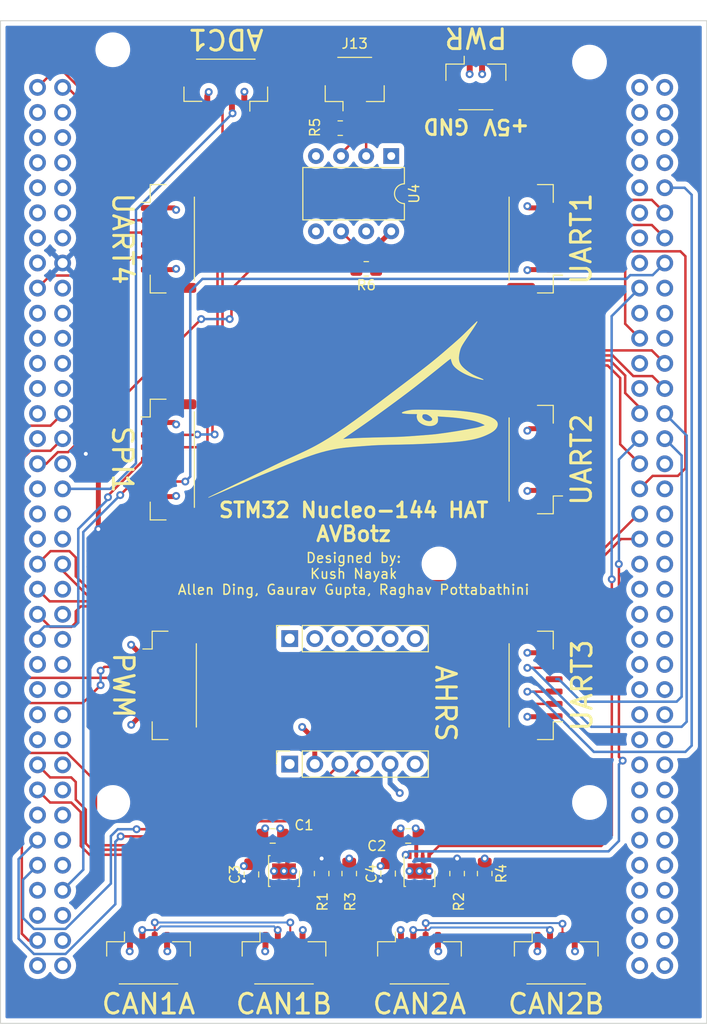
<source format=kicad_pcb>
(kicad_pcb (version 20211014) (generator pcbnew)
  (layers (0 "F.Cu" signal) (1 "In1.Cu" power "In1.Cu (GND)") (2 "In2.Cu" power "In2.Cu (+5V)") (31 "B.Cu" signal) (34 "B.Paste" user) (35 "F.Paste" user) (36 "B.SilkS" user "B.Silkscreen") (37 "F.SilkS" user "F.Silkscreen") (38 "B.Mask" user) (39 "F.Mask" user) (44 "Edge.Cuts" user))
  (net 0 "")
  (net 1 "+5V")
  (net 2 "/CAN1_P")
  (net 3 "/CAN1_N")
  (net 4 "GND")
  (net 5 "/CAN_SILENT1")
  (net 6 "+3V3")
  (net 7 "/UART4_TX")
  (net 8 "/UART4_RX")
  (net 20 "/UART4_RTS")
  (net 28 "/PWM2{slash}1")
  (net 30 "/PWM2{slash}2")
  (net 31 "/PH1")
  (net 34 "/ADC1{slash}8")
  (net 39 "/UART2_RTS")
  (net 40 "/UART2_CTS")
  (net 41 "/UART2_TX")
  (net 43 "/UART2_RX")
  (net 45 "/SPI1_MOSI")
  (net 54 "/CAN1_TX")
  (net 56 "/CAN1_RX")
  (net 59 "/RX")
  (net 61 "/TX")
  (net 64 "/~{SPI1_CS1}")
  (net 67 "/UART3_TX")
  (net 77 "/UART3_RX")
  (net 79 "/UART1_RTS")
  (net 81 "/UART1_CTS")
  (net 83 "/~{SPI2_CS2}")
  (net 84 "/CAN2_TX")
  (net 87 "/UART1_TX")
  (net 90 "/ADC1{slash}9")
  (net 92 "/UART4_CTS")
  (net 93 "/SPI1_MISO")
  (net 94 "/UART3_RTS")
  (net 95 "/CAN2_RX")
  (net 96 "/UART3_CTS")
  (net 97 "/SPI1_SCK")
  (net 98 "/UART1_RX")
  (net 100 "/PWM2{slash}3")
  (net 102 "/PWM2{slash}4")
  (net 133 "/CAN2_N")
  (net 134 "/CAN2_P")
  (net 135 "/CAN_SILENT2")
  (net 136 "Net-(J13-Pad1)")
  (net 137 "Net-(J13-Pad2)")
  (net 138 "Net-(R5-Pad2)")
  (footprint "Capacitor_SMD:C_0805_2012Metric_Pad1.18x1.45mm_HandSolder" (layer "F.Cu") (at 139.319 133.604 180)
    (fp_text reference "C1")
    (fp_text value "100nF")
  )
  (footprint "Resistor_SMD:R_0805_2012Metric_Pad1.20x1.40mm_HandSolder" (layer "F.Cu") (at 146.156 61.954)
    (fp_text reference "R5")
    (fp_text value "5K Ω")
  )
  (footprint "Connector_JST:JST_GH_BM02B-GHS-TBT_1x02-1MP_P1.25mm_Vertical" (layer "F.Cu") (at 147.62 57.4)
    (fp_text reference "J13")
    (fp_text value "Conn_01x02")
  )
  (footprint "Package_DFN_QFN:DFN-8-1EP_3x3mm_P0.65mm_EP1.55x2.4mm" (layer "F.Cu") (at 154.178 137.16 -90)
    (fp_text reference "U3" hide)
    (fp_text value "TJA1051TK-3")
  )
  (footprint "nucleo_144_hat_lib:nucleo144_hat" (layer "F.Cu") (at 147.9505 56.3086)
    (fp_text reference "U1" hide)
    (fp_text value "NUCLEO144-F767ZI")
  )
  (footprint "Connector_JST:JST_GH_SM04B-GHS-TB_1x04-1MP_P1.25mm_Horizontal" (layer "F.Cu") (at 154.178 146.0246)
    (fp_text reference "J9" hide)
    (fp_text value "CAN2_A_Conn_01x04")
  )
  (footprint "Connector_JST:JST_GH_BM06B-GHS-TBT_1x06-1MP_P1.25mm_Vertical" (layer "F.Cu") (at 165.862 73.152 90)
    (fp_text reference "J4")
    (fp_text value "UART1_Conn_01x06")
  )
  (footprint "Connector_JST:JST_GH_BM06B-GHS-TBT_1x06-1MP_P1.25mm_Vertical" (layer "F.Cu") (at 165.862 118.364 90)
    (fp_text reference "J6")
    (fp_text value "UART3_Conn_01x06")
  )
  (footprint "Resistor_SMD:R_0805_2012Metric_Pad1.20x1.40mm_HandSolder" (layer "F.Cu") (at 160.782 137.414 90)
    (fp_text reference "R2")
    (fp_text value "100K")
  )
  (footprint "Connector_JST:JST_GH_BM06B-GHS-TBT_1x06-1MP_P1.25mm_Vertical" (layer "F.Cu") (at 128.778 73.152 -90)
    (fp_text reference "J7")
    (fp_text value "UART4_Conn_01x06")
  )
  (footprint "Capacitor_SMD:C_0805_2012Metric_Pad1.18x1.45mm_HandSolder" (layer "F.Cu") (at 151.003 137.414 90)
    (fp_text reference "C4")
    (fp_text value "100nF")
  )
  (footprint "Capacitor_SMD:C_0805_2012Metric_Pad1.18x1.45mm_HandSolder" (layer "F.Cu") (at 137.166 137.5015 90)
    (fp_text reference "C3")
    (fp_text value "100nF")
  )
  (footprint "Connector_JST:JST_GH_SM04B-GHS-TB_1x04-1MP_P1.25mm_Horizontal" (layer "F.Cu") (at 134.5692 57.531 180)
    (fp_text reference "J3" hide)
    (fp_text value "ADC1_Conn_01x04")
  )
  (footprint "Connector_Molex:Molex_CLIK-Mate_502386-0270_1x02-1MP_P1.25mm_Horizontal" (layer "F.Cu") (at 159.89 57.38)
    (fp_text reference "J12" hide)
    (fp_text value "Conn_01x02")
  )
  (footprint "Connector_JST:JST_GH_SM04B-GHS-TB_1x04-1MP_P1.25mm_Horizontal" (layer "F.Cu") (at 140.462 146.0246)
    (fp_text reference "J11" hide)
    (fp_text value "CAN1_B_Conn_01x04")
  )
  (footprint "Resistor_SMD:R_0805_2012Metric_Pad1.20x1.40mm_HandSolder" (layer "F.Cu") (at 144.272 137.414 -90)
    (fp_text reference "R3")
    (fp_text value "100K")
  )
  (footprint "Resistor_SMD:R_0805_2012Metric_Pad1.20x1.40mm_HandSolder" (layer "F.Cu") (at 148.79 76.2 180)
    (fp_text reference "R6")
    (fp_text value "330 Ω")
  )
  (footprint "Resistor_SMD:R_0805_2012Metric_Pad1.20x1.40mm_HandSolder" (layer "F.Cu") (at 157.988 137.414 -90)
    (fp_text reference "R4")
    (fp_text value "100K")
  )
  (footprint "Connector_JST:JST_GH_SM04B-GHS-TB_1x04-1MP_P1.25mm_Horizontal" (layer "F.Cu") (at 168.021 146.0246)
    (fp_text reference "J10" hide)
    (fp_text value "CAN2_B_Conn_01x04")
  )
  (footprint "Connector_JST:JST_GH_BM06B-GHS-TBT_1x06-1MP_P1.25mm_Vertical" (layer "F.Cu") (at 128.976 118.364 -90)
    (fp_text reference "J2")
    (fp_text value "PWM_OUT_Conn_01x06")
  )
  (footprint "Package_DFN_QFN:DFN-8-1EP_3x3mm_P0.65mm_EP1.55x2.4mm" (layer "F.Cu") (at 140.462 137.16 -90)
    (fp_text reference "U2" hide)
    (fp_text value "TJA1051TK-3")
  )
  (footprint "Connector_JST:JST_GH_BM06B-GHS-TBT_1x06-1MP_P1.25mm_Vertical" (layer "F.Cu") (at 165.862 95.504 90)
    (fp_text reference "J5")
    (fp_text value "UART2_Conn_01x06")
  )
  (footprint "Connector_PinSocket_2.54mm:PinSocket_1x06_P2.54mm_Vertical" (layer "F.Cu") (at 141.04 113.63 90)
    (fp_text reference "J15")
    (fp_text value "Conn_01x06_Female")
  )
  (footprint "Package_DIP:DIP-8_W7.62mm" (layer "F.Cu") (at 151.32 64.78 -90)
    (fp_text reference "U4")
    (fp_text value "6N137")
  )
  (footprint "Capacitor_SMD:C_0805_2012Metric_Pad1.18x1.45mm_HandSolder" (layer "F.Cu") (at 153.035 133.604 180)
    (fp_text reference "C2")
    (fp_text value "100nF")
  )
  (footprint "Resistor_SMD:R_0805_2012Metric_Pad1.20x1.40mm_HandSolder" (layer "F.Cu") (at 147.066 137.414 90)
    (fp_text reference "R1")
    (fp_text value "100K")
  )
  (footprint "Connector_PinSocket_2.54mm:PinSocket_1x06_P2.54mm_Vertical" (layer "F.Cu") (at 141.04 126.33 90)
    (fp_text reference "J14")
    (fp_text value "Conn_01x06_Female")
  )
  (footprint "Connector_JST:JST_GH_SM04B-GHS-TB_1x04-1MP_P1.25mm_Horizontal" (layer "F.Cu") (at 126.746 146.0246)
    (fp_text reference "J8" hide)
    (fp_text value "CAN1_A_Conn_01x04")
  )
  (footprint "Connector_JST:JST_GH_BM07B-GHS-TBT_1x07-1MP_P1.25mm_Vertical" (layer "F.Cu") (at 128.778 95.504 -90)
    (fp_text reference "J1")
    (fp_text value "SPI1_Conn_01x07")
  )
  (gr_poly (pts (xy 160.017921 81.527887) (xy 160.023034 81.538523) (xy 160.020852 81.557956) (xy 160.010504 81.587582) (xy 159.961823 81.683001) (xy 159.870022 81.835949) (xy 159.728128 82.057598) (xy 159.529172 82.359119) (xy 158.932187 83.246454) (xy 158.754835 83.511568) (xy 158.679729 83.626793) (xy 158.612808 83.73222) (xy 158.553424 83.829168) (xy 158.500933 83.918954) (xy 158.454687 84.002898) (xy 158.414041 84.082317) (xy 158.378348 84.158529) (xy 158.346961 84.232853) (xy 158.319235 84.306607) (xy 158.294523 84.381108) (xy 158.272179 84.457675) (xy 158.251556 84.537627) (xy 158.232009 84.622281) (xy 158.21289 84.712955) (xy 158.185527 84.86298) (xy 158.166521 85.004087) (xy 158.160264 85.071561) (xy 158.156232 85.137123) (xy 158.154469 85.20088) (xy 158.15502 85.262937) (xy 158.157931 85.3234) (xy 158.163247 85.382377) (xy 158.171012 85.439971) (xy 158.181272 85.49629) (xy 158.194071 85.55144) (xy 158.209456 85.605526) (xy 158.227471 85.658655) (xy 158.24816 85.710933) (xy 158.27157 85.762465) (xy 158.297744 85.813358) (xy 158.326729 85.863717) (xy 158.358569 85.913649) (xy 158.393309 85.96326) (xy 158.430995 86.012656) (xy 158.471671 86.061943) (xy 158.515383 86.111226) (xy 158.562175 86.160612) (xy 158.612093 86.210208) (xy 158.721485 86.310449) (xy 158.843921 86.412797) (xy 158.97976 86.518102) (xy 159.135302 86.63254) (xy 159.2776 86.731559) (xy 159.413601 86.819005) (xy 159.481412 86.859591) (xy 159.550254 86.898726) (xy 159.620995 86.936891) (xy 159.694504 86.974568) (xy 159.8533 87.050377) (xy 160.033588 87.130001) (xy 160.242315 87.217287) (xy 160.329664 87.25353) (xy 160.406225 87.286178) (xy 160.472007 87.315243) (xy 160.527018 87.340738) (xy 160.571267 87.362674) (xy 160.604762 87.381065) (xy 160.627512 87.395923) (xy 160.63486 87.402031) (xy 160.639526 87.40726) (xy 160.641509 87.411612) (xy 160.640811 87.415089) (xy 160.637434 87.417691) (xy 160.631378 87.419421) (xy 160.622644 87.420281) (xy 160.611234 87.42027) (xy 160.580387 87.417648) (xy 160.538848 87.411567) (xy 160.486623 87.402039) (xy 160.423721 87.389078) (xy 160.350152 87.372694) (xy 160.103498 87.311715) (xy 159.860862 87.243001) (xy 159.623395 87.167184) (xy 159.392249 87.084898) (xy 159.168575 86.996775) (xy 158.953524 86.903448) (xy 158.748249 86.80555) (xy 158.5539 86.703715) (xy 158.371629 86.598574) (xy 158.202587 86.490762) (xy 158.047926 86.380911) (xy 157.908796 86.269653) (xy 157.845416 86.213695) (xy 157.78635 86.157623) (xy 157.731743 86.101515) (xy 157.681739 86.045452) (xy 157.636481 85.989511) (xy 157.596113 85.933773) (xy 157.56078 85.878317) (xy 157.530626 85.823221) (xy 157.518683 85.797877) (xy 157.505875 85.767948) (xy 157.478666 85.6976) (xy 157.451013 85.618707) (xy 157.424932 85.537797) (xy 157.402438 85.461399) (xy 157.385546 85.396041) (xy 157.379831 85.369544) (xy 157.376271 85.348254) (xy 157.375119 85.33299) (xy 157.375525 85.327872) (xy 157.376628 85.324566) (xy 157.377197 85.323443) (xy 157.377653 85.322089) (xy 157.377998 85.320523) (xy 157.378234 85.318764) (xy 157.378362 85.31683) (xy 157.378385 85.314739) (xy 157.378304 85.312509) (xy 157.378121 85.310159) (xy 157.377838 85.307707) (xy 157.377457 85.305172) (xy 157.37698 85.302572) (xy 157.376408 85.299925) (xy 157.375744 85.29725) (xy 157.374989 85.294565) (xy 157.374145 85.291889) (xy 157.373214 85.289239) (xy 157.371493 85.286348) (xy 157.36881 85.284365) (xy 157.365174 85.283284) (xy 157.360591 85.283102) (xy 157.348616 85.28541) (xy 157.332944 85.29125) (xy 157.313633 85.300582) (xy 157.290742 85.313366) (xy 157.264331 85.329562) (xy 157.234458 85.349131) (xy 157.164561 85.398228) (xy 157.081521 85.460336) (xy 156.98581 85.53514) (xy 156.877897 85.622319) (xy 155.825808 86.470826) (xy 154.621818 87.433997) (xy 153.826949 88.058203) (xy 153.020885 88.676329) (xy 152.118763 89.352677) (xy 151.035719 90.15155) (xy 150.028574 90.887646) (xy 149.238393 91.457355) (xy 148.537923 91.951504) (xy 147.799917 92.460918) (xy 147.419622 92.722031) (xy 147.131133 92.921611) (xy 146.913571 93.074212) (xy 146.746055 93.19439) (xy 146.672197 93.247431) (xy 146.596085 93.300779) (xy 146.526679 93.348226) (xy 146.497292 93.367797) (xy 146.472941 93.383566) (xy 146.369041 93.449544) (xy 146.452162 93.442345) (xy 146.975341 93.399321) (xy 147.427587 93.368723) (xy 147.907176 93.344805) (xy 148.512388 93.321819) (xy 149.39739 93.294767) (xy 150.519178 93.268384) (xy 151.48877 93.244824) (xy 152.246129 93.218) (xy 152.925214 93.182063) (xy 153.659982 93.131159) (xy 154.626302 93.058021) (xy 155.258839 93.007321) (xy 155.485325 92.987387) (xy 155.67083 92.969465) (xy 155.829507 92.952355) (xy 155.975511 92.934859) (xy 156.91141 92.807736) (xy 157.911342 92.654342) (xy 158.917549 92.483998) (xy 159.872278 92.306029) (xy 159.960668 92.288305) (xy 160.039278 92.271622) (xy 160.111467 92.255107) (xy 160.180597 92.23789) (xy 160.250029 92.219096) (xy 160.323126 92.197854) (xy 160.403249 92.173291) (xy 160.493759 92.144536) (xy 160.719299 92.072268) (xy 160.79049 92.049668) (xy 160.819714 92.040635) (xy 160.822374 92.039343) (xy 160.823153 92.037233) (xy 160.822123 92.034342) (xy 160.819355 92.030708) (xy 160.808897 92.021365) (xy 160.792354 92.009507) (xy 160.74332 91.979465) (xy 160.676867 91.943013) (xy 160.597604 91.902585) (xy 160.510143 91.860614) (xy 160.419096 91.819531) (xy 160.329074 91.78177) (xy 160.18592 91.726161) (xy 160.048823 91.676915) (xy 159.913655 91.632906) (xy 159.776288 91.593003) (xy 159.632592 91.556078) (xy 159.47844 91.521002) (xy 159.309703 91.486646) (xy 159.122253 91.451882) (xy 158.875301 91.407315) (xy 158.665085 91.368538) (xy 158.489505 91.338297) (xy 158.288285 91.308601) (xy 158.065613 91.279894) (xy 157.825677 91.252622) (xy 157.572664 91.227233) (xy 157.310761 91.204172) (xy 157.044157 91.183886) (xy 156.777038 91.16682) (xy 156.599371 91.156013) (xy 156.427241 91.144546) (xy 156.280299 91.133788) (xy 156.178192 91.125111) (xy 156.110159 91.118247) (xy 156.08324 91.115635) (xy 156.060638 91.113756) (xy 156.042041 91.112745) (xy 156.034147 91.11261) (xy 156.027137 91.112743) (xy 156.020973 91.113163) (xy 156.015615 91.113887) (xy 156.011025 91.114932) (xy 156.007163 91.116316) (xy 156.003992 91.118055) (xy 156.001471 91.120167) (xy 155.999561 91.12267) (xy 155.998225 91.12558) (xy 155.997422 91.128915) (xy 155.997115 91.132692) (xy 155.997263 91.136929) (xy 155.997829 91.141642) (xy 155.998772 91.146849) (xy 156.000055 91.152568) (xy 156.003482 91.165608) (xy 156.012693 91.198584) (xy 156.019216 91.226461) (xy 156.024737 91.25732) (xy 156.029265 91.29065) (xy 156.03281 91.325943) (xy 156.035384 91.362688) (xy 156.036994 91.400375) (xy 156.037653 91.438496) (xy 156.037369 91.47654) (xy 156.036153 91.513998) (xy 156.034015 91.55036) (xy 156.030964 91.585117) (xy 156.027012 91.617759) (xy 156.022166 91.647775) (xy 156.016439 91.674658) (xy 156.009839 91.697896) (xy 156.002377 91.71698) (xy 155.976816 91.764867) (xy 155.94669 91.809469) (xy 155.91224 91.850793) (xy 155.873708 91.888847) (xy 155.831336 91.923639) (xy 155.785367 91.955177) (xy 155.736042 91.983467) (xy 155.683603 92.008519) (xy 155.628292 92.030338) (xy 155.570352 92.048933) (xy 155.510025 92.064312) (xy 155.447551 92.076482) (xy 155.383174 92.085451) (xy 155.317136 92.091226) (xy 155.181041 92.093225) (xy 155.041205 92.082542) (xy 154.899562 92.059236) (xy 154.758049 92.02337) (xy 154.618602 91.975003) (xy 154.550258 91.946151) (xy 154.483157 91.914197) (xy 154.41754 91.879149) (xy 154.35365 91.841013) (xy 154.291728 91.799799) (xy 154.232017 91.755512) (xy 154.174759 91.708162) (xy 154.120195 91.657755) (xy 154.090432 91.625857) (xy 154.062692 91.590515) (xy 154.037074 91.552132) (xy 154.013681 91.511109) (xy 153.992613 91.467846) (xy 153.973973 91.422746) (xy 153.95786 91.376209) (xy 153.944378 91.328637) (xy 153.933626 91.280431) (xy 153.925706 91.231992) (xy 153.92072 91.183722) (xy 153.919371 91.150749) (xy 154.444799 91.150749) (xy 154.445594 91.180161) (xy 154.448961 91.208843) (xy 154.451646 91.222765) (xy 154.455019 91.23633) (xy 154.459095 91.24948) (xy 154.463888 91.262158) (xy 154.469413 91.274304) (xy 154.475686 91.285862) (xy 154.498713 91.321268) (xy 154.524714 91.354937) (xy 154.553448 91.386841) (xy 154.584671 91.41695) (xy 154.618141 91.445233) (xy 154.653613 91.47166) (xy 154.690845 91.496202) (xy 154.729594 91.518829) (xy 154.769618 91.539511) (xy 154.810672 91.558218) (xy 154.852514 91.574919) (xy 154.8949 91.589587) (xy 154.937588 91.602189) (xy 154.980335 91.612697) (xy 155.022898 91.62108) (xy 155.065033 91.627309) (xy 155.106497 91.631354) (xy 155.147048 91.633184) (xy 155.186442 91.63277) (xy 155.224436 91.630083) (xy 155.260788 91.625091) (xy 155.295254 91.617766) (xy 155.327591 91.608077) (xy 155.357555 91.595995) (xy 155.384905 91.581489) (xy 155.409397 91.564529) (xy 155.430788 91.545087) (xy 155.448834 91.523131) (xy 155.463294 91.498632) (xy 155.473923 91.471561) (xy 155.480478 91.441886) (xy 155.482718 91.409579) (xy 155.481765 91.396005) (xy 155.478958 91.381668) (xy 155.47437 91.366632) (xy 155.468077 91.350961) (xy 155.450669 91.317966) (xy 155.427332 91.283194) (xy 155.398661 91.247153) (xy 155.365252 91.210355) (xy 155.327701 91.173307) (xy 155.286603 91.136521) (xy 155.242556 91.100505) (xy 155.196155 91.065769) (xy 155.147996 91.032823) (xy 155.098674 91.002177) (xy 155.048786 90.974339) (xy 154.998928 90.949821) (xy 154.949696 90.929131) (xy 154.901686 90.912779) (xy 154.886549 90.908808) (xy 154.869791 90.905356) (xy 154.851604 90.902424) (xy 154.832177 90.900012) (xy 154.811701 90.898121) (xy 154.790365 90.896751) (xy 154.768361 90.895904) (xy 154.745879 90.89558) (xy 154.723109 90.895779) (xy 154.700241 90.896503) (xy 154.677467 90.897751) (xy 154.654975 90.899525) (xy 154.632957 90.901826) (xy 154.611603 90.904653) (xy 154.591103 90.908007) (xy 154.571647 90.91189) (xy 154.56169 90.914705) (xy 154.552032 90.918673) (xy 154.542689 90.923737) (xy 154.533675 90.929837) (xy 154.525006 90.936916) (xy 154.516696 90.944916) (xy 154.508761 90.953778) (xy 154.501215 90.963445) (xy 154.494073 90.973859) (xy 154.48735 90.984961) (xy 154.475221 91.008998) (xy 154.464948 91.035092) (xy 154.45665 91.062779) (xy 154.450446 91.091594) (xy 154.446456 91.121072) (xy 154.444799 91.150749) (xy 153.919371 91.150749) (xy 153.918769 91.136021) (xy 153.919954 91.089292) (xy 153.924376 91.043935) (xy 153.932138 91.000351) (xy 153.943339 90.958942) (xy 153.947191 90.946834) (xy 153.95079 90.935186) (xy 153.954056 90.92428) (xy 153.956911 90.914394) (xy 153.959275 90.90581) (xy 153.96107 90.898806) (xy 153.962216 90.893664) (xy 153.962521 90.891878) (xy 153.962634 90.890663) (xy 153.961185 90.889756) (xy 153.956906 90.888874) (xy 153.940436 90.887204) (xy 153.914379 90.885689) (xy 153.879893 90.884364) (xy 153.790253 90.882429) (xy 153.680763 90.881684) (xy 153.442737 90.879804) (xy 153.216722 90.874477) (xy 153.008172 90.86609) (xy 152.822543 90.855031) (xy 152.665291 90.841686) (xy 152.599012 90.834277) (xy 152.541873 90.826442) (xy 152.494555 90.818229) (xy 152.457742 90.809687) (xy 152.432115 90.800864) (xy 152.423709 90.796362) (xy 152.418356 90.791808) (xy 152.413909 90.783893) (xy 152.413167 90.775471) (xy 152.415995 90.766581) (xy 152.422257 90.757263) (xy 152.44454 90.737508) (xy 152.47893 90.71653) (xy 152.524338 90.694653) (xy 152.579679 90.6722) (xy 152.643865 90.649495) (xy 152.715811 90.626864) (xy 152.878634 90.583114) (xy 153.059453 90.543543) (xy 153.153894 90.526134) (xy 153.249574 90.510741) (xy 153.345406 90.497689) (xy 153.440304 90.487301) (xy 153.674669 90.476173) (xy 154.05317 90.471194) (xy 155.107495 90.477783) (xy 156.333104 90.503269) (xy 157.459823 90.543854) (xy 157.963095 90.572855) (xy 158.443786 90.610824) (xy 158.900609 90.65739) (xy 159.332277 90.712182) (xy 159.737503 90.774828) (xy 160.115 90.844957) (xy 160.463481 90.922198) (xy 160.781659 91.00618) (xy 160.928983 91.050583) (xy 161.068248 91.096532) (xy 161.199294 91.143981) (xy 161.32196 91.192883) (xy 161.436085 91.243191) (xy 161.541508 91.294861) (xy 161.638069 91.347844) (xy 161.725606 91.402095) (xy 161.803959 91.457567) (xy 161.872966 91.514214) (xy 161.932467 91.57199) (xy 161.982301 91.630848) (xy 162.022308 91.690742) (xy 162.052325 91.751624) (xy 162.072193 91.81345) (xy 162.08175 91.876173) (xy 162.083264 91.911578) (xy 162.082904 91.946742) (xy 162.08067 91.981667) (xy 162.07656 92.016356) (xy 162.070571 92.05081) (xy 162.062702 92.085032) (xy 162.052951 92.119024) (xy 162.041316 92.152788) (xy 162.012386 92.219642) (xy 161.975897 92.28561) (xy 161.931833 92.35071) (xy 161.88018 92.414959) (xy 161.820922 92.478376) (xy 161.754044 92.540976) (xy 161.67953 92.602778) (xy 161.597367 92.6638) (xy 161.507538 92.724057) (xy 161.410027 92.783568) (xy 161.304821 92.842351) (xy 161.191903 92.900422) (xy 160.992881 92.995077) (xy 160.792555 93.082546) (xy 160.588859 93.163233) (xy 160.379728 93.237541) (xy 160.163094 93.305873) (xy 159.936891 93.368634) (xy 159.699052 93.426226) (xy 159.447511 93.479054) (xy 158.895057 93.572027) (xy 158.262994 93.65078) (xy 157.534792 93.718543) (xy 156.693918 93.778542) (xy 155.51114 93.848845) (xy 154.454026 93.901294) (xy 153.462996 93.938493) (xy 152.478471 93.963042) (xy 151.013312 93.992746) (xy 150.498177 94.006077) (xy 150.07202 94.020614) (xy 149.692852 94.038025) (xy 149.318684 94.059976) (xy 148.417392 94.124163) (xy 147.798718 94.171704) (xy 147.275878 94.215522) (xy 146.831126 94.25778) (xy 146.446717 94.30064) (xy 146.104906 94.346265) (xy 145.78795 94.39682) (xy 145.478102 94.454466) (xy 145.157619 94.521366) (xy 144.686578 94.631124) (xy 144.209586 94.758359) (xy 143.705206 94.910524) (xy 143.151998 95.095071) (xy 142.528524 95.31945) (xy 141.813345 95.591114) (xy 140.985024 95.917514) (xy 140.022121 96.306103) (xy 138.888106 96.765795) (xy 138.120656 97.079466) (xy 137.280929 97.431537) (xy 135.022956 98.404253) (xy 134.234081 98.746517) (xy 133.746448 98.95664) (xy 133.280633 99.154252) (xy 133.11863 99.22256) (xy 132.997 99.273401) (xy 132.910568 99.308926) (xy 132.854163 99.331282) (xy 132.835603 99.338193) (xy 132.82261 99.342618) (xy 132.814537 99.344826) (xy 132.812143 99.345182) (xy 132.810737 99.345084) (xy 132.960912 99.264376) (xy 133.451125 99.02348) (xy 135.539497 98.018406) (xy 137.474604 97.089105) (xy 138.7278 96.480584) (xy 139.631123 96.038966) (xy 140.217892 95.756443) (xy 140.732008 95.517476) (xy 141.417374 95.206524) (xy 141.904782 94.984429) (xy 142.335925 94.784193) (xy 142.72115 94.600632) (xy 143.070806 94.428559) (xy 143.395239 94.26279) (xy 143.704799 94.09814) (xy 144.009833 93.929423) (xy 144.320689 93.751453) (xy 145.001309 93.341654) (xy 145.746688 92.862866) (xy 146.587626 92.292983) (xy 147.554923 91.609896) (xy 148.679377 90.7915) (xy 149.991787 89.815686) (xy 153.303674 87.303377) (xy 154.616638 86.292036) (xy 155.138365 85.881906) (xy 155.60947 85.503593) (xy 156.059364 85.133191) (xy 156.517459 84.746793) (xy 157.575895 83.830383) (xy 158.028276 83.431449) (xy 158.214055 83.263581) (xy 158.391098 83.099712) (xy 158.57306 82.927041) (xy 158.773595 82.732769) (xy 159.285006 82.228216) (xy 159.561304 81.955035) (xy 159.789412 81.731324) (xy 159.945662 81.580168) (xy 159.989444 81.539012) (xy 160.001454 81.528302) (xy 160.006384 81.524652)) (layer "F.SilkS") (width 0.04) (fill solid))
  (gr_rect (start 111.76 152.5778) (end 183.261 51.0794) (layer "Edge.Cuts") (width 0.1) (fill none))
  (gr_text "STM32 Nucleo-144 HAT\nAVBotz" (at 147.5105 101.8286) (layer "F.SilkS") (effects (font (size 1.5 1.5) (thickness 0.3))))
  (gr_text "ADC1" (at 134.5692 52.959 180) (layer "F.SilkS") (effects (font (size 2 2) (thickness 0.3))))
  (gr_text "CAN1B" (at 140.462 150.622) (layer "F.SilkS") (effects (font (size 2 2) (thickness 0.3))))
  (gr_text "PWM" (at 124.206 118.364 270) (layer "F.SilkS") (effects (font (size 2 2) (thickness 0.3))))
  (gr_text "CAN2B" (at 168.021 150.622) (layer "F.SilkS") (effects (font (size 2 2) (thickness 0.3))))
  (gr_text "CAN1A" (at 126.746 150.622) (layer "F.SilkS") (effects (font (size 2 2) (thickness 0.3))))
  (gr_text "PWR" (at 159.89 52.808 180) (layer "F.SilkS") (effects (font (size 2 2) (thickness 0.3))))
  (gr_text "SPI1" (at 124.1 95.504 270) (layer "F.SilkS") (effects (font (size 2 2) (thickness 0.3))))
  (gr_text "UART1" (at 170.55 73.152001 90) (layer "F.SilkS") (effects (font (size 2 2) (thickness 0.3))))
  (gr_text "+5V" (at 162.98 61.825 180) (layer "F.SilkS") (effects (font (size 1.5 1.5) (thickness 0.3))))
  (gr_text "UART4" (at 124.13 73.152 270) (layer "F.SilkS") (effects (font (size 2 2) (thickness 0.3))))
  (gr_text "UART2" (at 170.58 95.504001 90) (layer "F.SilkS") (effects (font (size 2 2) (thickness 0.3))))
  (gr_text "AHRS" (at 156.824 120.186 270) (layer "F.SilkS") (effects (font (size 2 2) (thickness 0.3))))
  (gr_text "CAN2A" (at 154.178 150.622) (layer "F.SilkS") (effects (font (size 2 2) (thickness 0.3))))
  (gr_text "UART3" (at 170.64 118.364001 90) (layer "F.SilkS") (effects (font (size 2 2) (thickness 0.3))))
  (gr_text "GND" (at 156.9 61.77 180) (layer "F.SilkS") (effects (font (size 1.5 1.5) (thickness 0.3))))
  (gr_text "Designed by:\nKush Nayak\nAllen Ding, Gaurav Gupta, Raghav Pottabathini" (at 147.5105 107.07) (layer "F.SilkS") (effects (font (size 1 1))))
  (segment (start 140.137 135.61) (end 140.137 133.647) (width 0.5) (layer "F.Cu") (net 1))
  (segment (start 153.81 132.855) (end 153.797 132.842) (width 0.4) (layer "F.Cu") (net 1))
  (segment (start 127.026 115.239) (end 125.971 115.239) (width 0.5) (layer "F.Cu") (net 1))
  (segment (start 153.853 135.61) (end 153.853 133.647) (width 0.4) (layer "F.Cu") (net 1))
  (segment (start 129.346 91.754) (end 129.54 91.948) (width 0.5) (layer "F.Cu") (net 1))
  (segment (start 138.587 144.1746) (end 138.587 145.258) (width 0.5) (layer "F.Cu") (net 1))
  (segment (start 136.456 58.264) (end 136.4442 58.2758) (width 0.5) (layer "F.Cu") (net 1))
  (segment (start 165.15 76.277) (end 165.1 76.327) (width 0.5) (layer "F.Cu") (net 1))
  (segment (start 153.81 133.604) (end 153.81 132.855) (width 0.4) (layer "F.Cu") (net 1))
  (segment (start 160.515 56.481) (end 160.525 56.491) (width 0.5) (layer "F.Cu") (net 1))
  (segment (start 140.137 133.647) (end 140.094 133.604) (width 0.5) (layer "F.Cu") (net 1))
  (segment (start 167.812 76.277) (end 165.15 76.277) (width 0.5) (layer "F.Cu") (net 1))
  (segment (start 140.094 132.855) (end 140.081 132.842) (width 0.5) (layer "F.Cu") (net 1))
  (segment (start 165.1 121.539) (end 167.762 121.539) (width 0.5) (layer "F.Cu") (net 1))
  (segment (start 152.303 144.1746) (end 152.303 143.159) (width 0.5) (layer "F.Cu") (net 1))
  (segment (start 143.58 126.33) (end 143.58 123.86) (width 0.5) (layer "F.Cu") (net 1))
  (segment (start 166.146 144.1746) (end 166.146 145.258) (width 0.5) (layer "F.Cu") (net 1))
  (segment (start 165.15 98.629) (end 165.1 98.679) (width 0.5) (layer "F.Cu") (net 1))
  (segment (start 125.971 115.239) (end 124.986 114.254) (width 0.5) (layer "F.Cu") (net 1))
  (segment (start 151.32 72.4) (end 149.79 73.93) (width 0.5) (layer "F.Cu") (net 1))
  (segment (start 167.812 98.629) (end 165.15 98.629) (width 0.5) (layer "F.Cu") (net 1))
  (segment (start 140.094 133.604) (end 140.094 132.855) (width 0.5) (layer "F.Cu") (net 1))
  (segment (start 152.303 143.159) (end 152.273 143.129) (width 0.5) (layer "F.Cu") (net 1))
  (segment (start 166.146 145.258) (end 166.116 145.288) (width 0.5) (layer "F.Cu") (net 1))
  (segment (start 138.587 145.258) (end 138.557 145.288) (width 0.5) (layer "F.Cu") (net 1))
  (segment (start 165.05 76.277) (end 165.1 76.327) (width 0.5) (layer "F.Cu") (net 1))
  (segment (start 126.828 91.754) (end 129.346 91.754) (width 0.5) (layer "F.Cu") (net 1))
  (segment (start 165.05 98.629) (end 165.1 98.679) (width 0.5) (layer "F.Cu") (net 1))
  (segment (start 167.762 121.539) (end 167.812 121.489) (width 0.5) (layer "F.Cu") (net 1))
  (segment (start 143.58 123.86) (end 142.3 122.58) (width 0.5) (layer "F.Cu") (net 1))
  (segment (start 165.05 121.489) (end 165.1 121.539) (width 0.5) (layer "F.Cu") (net 1))
  (segment (start 160.515 55.53) (end 160.515 56.481) (width 0.5) (layer "F.Cu") (net 1))
  (segment (start 126.828 70.027) (end 129.336 70.027) (width 0.5) (layer "F.Cu") (net 1))
  (segment (start 136.4442 58.2758) (end 136.4442 59.381) (width 0.5) (layer "F.Cu") (net 1))
  (segment (start 124.871 144.1746) (end 124.871 145.258) (width 0.5) (layer "F.Cu") (net 1))
  (segment (start 149.79 73.93) (end 149.79 76.2) (width 0.5) (layer "F.Cu") (net 1))
  (segment (start 153.853 133.647) (end 153.81 133.604) (width 0.4) (layer "F.Cu") (net 1))
  (segment (start 129.336 70.027) (end 129.54 70.231) (width 0.5) (layer "F.Cu") (net 1))
  (segment (start 124.871 145.258) (end 124.841 145.288) (width 0.5) (layer "F.Cu") (net 1))
  (via (at 153.797 132.842) (size 0.8) (drill 0.4) (layers "F.Cu" "B.Cu") (net 1))
  (via (at 165.1 76.327) (size 0.8) (drill 0.4) (layers "F.Cu" "B.Cu") (net 1))
  (via (at 138.557 145.288) (size 0.8) (drill 0.4) (layers "F.Cu" "B.Cu") (net 1))
  (via (at 152.273 143.129) (size 0.8) (drill 0.4) (layers "F.Cu" "B.Cu") (net 1))
  (via (at 166.116 145.288) (size 0.8) (drill 0.4) (layers "F.Cu" "B.Cu") (net 1))
  (via (at 165.1 98.679) (size 0.8) (drill 0.4) (layers "F.Cu" "B.Cu") (net 1))
  (via (at 160.525 56.491) (size 0.8) (drill 0.4) (layers "F.Cu" "B.Cu") (net 1))
  (via (at 142.3 122.58) (size 0.8) (drill 0.4) (layers "F.Cu" "B.Cu") (net 1))
  (via (at 129.54 91.948) (size 0.8) (drill 0.4) (layers "F.Cu" "B.Cu") (net 1))
  (via (at 129.54 70.231) (size 0.8) (drill 0.4) (layers "F.Cu" "B.Cu") (net 1))
  (via (at 124.841 145.288) (size 0.8) (drill 0.4) (layers "F.Cu" "B.Cu") (net 1))
  (via (at 140.081 132.842) (size 0.8) (drill 0.4) (layers "F.Cu" "B.Cu") (net 1))
  (via (at 136.456 58.264) (size 0.8) (drill 0.4) (layers "F.Cu" "B.Cu") (net 1))
  (via (at 165.1 121.539) (size 0.8) (drill 0.4) (layers "F.Cu" "B.Cu") (net 1))
  (via (at 124.986 114.254) (size 0.8) (drill 0.4) (layers "F.Cu" "B.Cu") (net 1))
  (segment (start 142.711867 146.277333) (end 143.989 145.0002) (width 0.2) (layer "F.Cu") (net 2))
  (segment (start 140.687 139.297501) (end 140.787 139.197501) (width 0.2) (layer "F.Cu") (net 2))
  (segment (start 142.4602 140.237) (end 141.1902 140.237) (width 0.2) (layer "F.Cu") (net 2))
  (segment (start 140.237 145.588673) (end 140.92566 146.277333) (width 0.2) (layer "F.Cu") (net 2))
  (segment (start 141.1902 140.237) (end 140.687 139.7338) (width 0.2) (layer "F.Cu") (net 2))
  (segment (start 140.687 139.7338) (end 140.687 139.297501) (width 0.2) (layer "F.Cu") (net 2))
  (segment (start 126.121 143.139) (end 126.111 143.129) (width 0.2) (layer "F.Cu") (net 2))
  (segment (start 140.236999 144.574599) (end 140.237 145.588673) (width 0.2) (layer "F.Cu") (net 2))
  (segment (start 140.787 139.197501) (end 140.787 138.71) (width 0.2) (layer "F.Cu") (net 2))
  (segment (start 143.989 145.0002) (end 143.989 141.7658) (width 0.2) (layer "F.Cu") (net 2))
  (segment (start 126.121 144.1746) (end 126.121 143.139) (width 0.2) (layer "F.Cu") (net 2))
  (segment (start 143.989 141.7658) (end 142.4602 140.237) (width 0.2) (layer "F.Cu") (net 2))
  (segment (start 139.827 143.129) (end 139.827 144.1646) (width 0.2) (layer "F.Cu") (net 2))
  (segment (start 140.92566 146.277333) (end 142.711867 146.277333) (width 0.2) (layer "F.Cu") (net 2))
  (segment (start 139.837 144.1746) (end 140.236999 144.574599) (width 0.2) (layer "F.Cu") (net 2))
  (via (at 139.827 143.129) (size 0.8) (drill 0.4) (layers "F.Cu" "B.Cu") (net 2))
  (via (at 126.111 143.129) (size 0.8) (drill 0.4) (layers "F.Cu" "B.Cu") (net 2))
  (segment (start 126.111 143.129) (end 127.60895 143.129) (width 0.2) (layer "B.Cu") (net 2))
  (segment (start 127.97095 142.767) (end 139.465 142.767) (width 0.2) (layer "B.Cu") (net 2))
  (segment (start 139.465 142.767) (end 139.827 143.129) (width 0.2) (layer "B.Cu") (net 2))
  (segment (start 127.60895 143.129) (end 127.97095 142.767) (width 0.2) (layer "B.Cu") (net 2))
  (segment (start 127.371 142.377) (end 127.371 144.1746) (width 0.2) (layer "F.Cu") (net 3))
  (segment (start 141.0038 140.687) (end 140.237 139.9202) (width 0.2) (layer "F.Cu") (net 3))
  (segment (start 142.525467 145.827333) (end 143.539 144.8138) (width 0.2) (layer "F.Cu") (net 3))
  (segment (start 141.097 142.367) (end 141.097 144.1646) (width 0.2) (layer "F.Cu") (net 3))
  (segment (start 140.687 145.402273) (end 141.11206 145.827333) (width 0.2) (layer "F.Cu") (net 3))
  (segment (start 142.2738 140.687) (end 141.0038 140.687) (width 0.2) (layer "F.Cu") (net 3))
  (segment (start 140.137 139.197501) (end 140.137 138.71) (width 0.2) (layer "F.Cu") (net 3))
  (segment (start 140.237 139.9202) (end 140.237 139.297501) (width 0.2) (layer "F.Cu") (net 3))
  (segment (start 143.539 144.8138) (end 143.539 141.9522) (width 0.2) (layer "F.Cu") (net 3))
  (segment (start 141.11206 145.827333) (end 142.525467 145.827333) (width 0.2) (layer "F.Cu") (net 3))
  (segment (start 143.539 141.9522) (end 142.2738 140.687) (width 0.2) (layer "F.Cu") (net 3))
  (segment (start 140.687001 144.574599) (end 140.687 145.402273) (width 0.2) (layer "F.Cu") (net 3))
  (segment (start 140.237 139.297501) (end 140.137 139.197501) (width 0.2) (layer "F.Cu") (net 3))
  (segment (start 141.087 144.1746) (end 140.687001 144.574599) (width 0.2) (layer "F.Cu") (net 3))
  (segment (start 127.381 142.367) (end 127.371 142.377) (width 0.2) (layer "F.Cu") (net 3))
  (via (at 127.381 142.367) (size 0.8) (drill 0.4) (layers "F.Cu" "B.Cu") (net 3))
  (via (at 141.097 142.367) (size 0.8) (drill 0.4) (layers "F.Cu" "B.Cu") (net 3))
  (segment (start 127.381 142.367) (end 141.097 142.367) (width 0.2) (layer "B.Cu") (net 3))
  (segment (start 165.304 92.379) (end 165.1 92.583) (width 0.5) (layer "F.Cu") (net 4))
  (segment (start 150.254 136.639) (end 150.241 136.652) (width 0.5) (layer "F.Cu") (net 4))
  (segment (start 137.16 136.639) (end 136.411 136.639) (width 0.5) (layer "F.Cu") (net 4))
  (segment (start 152.26 133.604) (end 152.26 132.855) (width 0.4) (layer "F.Cu") (net 4))
  (segment (start 151.003 136.639) (end 150.254 136.639) (width 0.5) (layer "F.Cu") (net 4))
  (segment (start 165.277 70.027) (end 165.1 69.85) (width 0.5) (layer "F.Cu") (net 4))
  (segment (start 129.617 76.277) (end 129.54 76.2) (width 0.5) (layer "F.Cu") (net 4))
  (segment (start 147.066 136.589) (end 147.066 135.89) (width 0.5) (layer "F.Cu") (net 4))
  (segment (start 132.6942 59.381) (end 132.6942 58.4408) (width 0.5) (layer "F.Cu") (net 4))
  (segment (start 140.589 137.16) (end 140.787 136.962) (width 0.4) (layer "F.Cu") (net 4))
  (segment (start 159.265 56.481) (end 159.255 56.491) (width 0.5) (layer "F.Cu") (net 4))
  (segment (start 165.1 115.062) (end 167.635 115.062) (width 0.5) (layer "F.Cu") (net 4))
  (segment (start 132.6942 58.4408) (end 132.842 58.293) (width 0.5) (layer "F.Cu") (net 4))
  (segment (start 129.463 76.277) (end 129.54 76.2) (width 0.25) (layer "F.Cu") (net 4))
  (segment (start 167.812 92.379) (end 165.304 92.379) (width 0.5) (layer "F.Cu") (net 4))
  (segment (start 142.337 143.159) (end 142.367 143.129) (width 0.5) (layer "F.Cu") (net 4))
  (segment (start 126.828 76.277) (end 129.463 76.277) (width 0.5) (layer "F.Cu") (net 4))
  (segment (start 154.178 137.16) (end 154.503 136.835) (width 0.4) (layer "F.Cu") (net 4))
  (segment (start 129.607 99.254) (end 129.54 99.187) (width 0.5) (layer "F.Cu") (net 4))
  (segment (start 156.053 144.1746) (end 156.053 145.258) (width 0.5) (layer "F.Cu") (net 4))
  (segment (start 169.896 144.1746) (end 169.896 145.258) (width 0.5) (layer "F.Cu") (net 4))
  (segment (start 126.828 99.254) (end 129.473 99.254) (width 0.5) (layer "F.Cu") (net 4))
  (segment (start 156.053 145.258) (end 156.083 145.288) (width 0.5) (layer "F.Cu") (net 4))
  (segment (start 125.861 121.489) (end 124.996 122.354) (width 0.5) (layer "F.Cu") (net 4))
  (segment (start 167.812 70.027) (end 165.277 70.027) (width 0.5) (layer "F.Cu") (net 4))
  (segment (start 136.411 136.639) (end 136.398 136.652) (width 0.5) (layer "F.Cu") (net 4))
  (segment (start 127.026 121.489) (end 125.861 121.489) (width 0.5) (layer "F.Cu") (net 4))
  (segment (start 159.265 55.53) (end 159.265 56.481) (width 0.5) (layer "F.Cu") (net 4))
  (segment (start 154.503 136.835) (end 154.503 135.61) (width 0.4) (layer "F.Cu") (net 4))
  (segment (start 140.787 136.962) (end 140.787 135.61) (width 0.4) (layer "F.Cu") (net 4))
  (segment (start 128.621 145.258) (end 128.651 145.288) (width 0.5) (layer "F.Cu") (net 4))
  (segment (start 160.782 136.589) (end 160.782 135.89) (width 0.5) (layer "F.Cu") (net 4))
  (segment (start 142.337 144.1746) (end 142.337 143.159) (width 0.5) (layer "F.Cu") (net 4))
  (segment (start 138.544 133.604) (end 138.544 132.855) (width 0.5) (layer "F.Cu") (net 4))
  (segment (start 138.544 132.855) (end 138.557 132.842) (width 0.5) (layer "F.Cu") (net 4))
  (segment (start 129.473 99.254) (end 129.54 99.187) (width 0.5) (layer "F.Cu") (net 4))
  (segment (start 128.621 144.1746) (end 128.621 145.258) (width 0.5) (layer "F.Cu") (net 4))
  (segment (start 169.896 145.258) (end 169.926 145.288) (width 0.5) (layer "F.Cu") (net 4))
  (segment (start 152.26 132.855) (end 152.273 132.842) (width 0.4) (layer "F.Cu") (net 4))
  (segment (start 167.635 115.062) (end 167.812 115.239) (width 0.5) (layer "F.Cu") (net 4))
  (via (at 132.842 58.293) (size 0.8) (drill 0.4) (layers "F.Cu" "B.Cu") (net 4))
  (via (at 124.996 122.354) (size 0.8) (drill 0.4) (layers "F.Cu" "B.Cu") (net 4))
  (via (at 156.083 145.288) (size 0.8) (drill 0.4) (layers "F.Cu" "B.Cu") (net 4))
  (via (at 129.54 99.187) (size 0.8) (drill 0.4) (layers "F.Cu" "B.Cu") (net 4))
  (via (at 129.54 76.2) (size 0.8) (drill 0.4) (layers "F.Cu" "B.Cu") (net 4))
  (via (at 169.926 145.288) (size 0.8) (drill 0.4) (layers "F.Cu" "B.Cu") (net 4))
  (via (at 152.273 132.842) (size 0.8) (drill 0.4) (layers "F.Cu" "B.Cu") (net 4))
  (via (at 165.1 115.062) (size 0.8) (drill 0.4) (layers "F.Cu" "B.Cu") (net 4))
  (via (at 165.1 69.85) (size 0.8) (drill 0.4) (layers "F.Cu" "B.Cu") (net 4))
  (via (at 165.1 92.583) (size 0.8) (drill 0.4) (layers "F.Cu" "B.Cu") (net 4))
  (via (at 155.166 137.16) (size 0.8) (drill 0.4) (layers "F.Cu" "B.Cu") (net 4))
  (via (at 160.782 135.89) (size 0.8) (drill 0.4) (layers "F.Cu" "B.Cu") (net 4))
  (via (at 153.166 137.16) (size 0.8) (drill 0.4) (layers "F.Cu" "B.Cu") (net 4))
  (via (at 141.4 137.16) (size 0.8) (drill 0.4) (layers "F.Cu" "B.Cu") (net 4))
  (via (at 152.18 129.26) (size 0.8) (drill 0.4) (layers "F.Cu" "B.Cu") (net 4))
  (via (at 139.446 137.16) (size 0.8) (drill 0.4) (layers "F.Cu" "B.Cu") (net 4))
  (via (at 150.241 136.652) (size 0.8) (drill 0.4) (layers "F.Cu" "B.Cu") (net 4))
  (via (at 142.367 143.129) (size 0.8) (drill 0.4) (layers "F.Cu" "B.Cu") (net 4))
  (via (at 159.255 56.491) (size 0.8) (drill 0.4) (layers "F.Cu" "B.Cu") (net 4))
  (via (at 147.066 135.89) (size 0.8) (drill 0.4) (layers "F.Cu" "B.Cu") (net 4))
  (via (at 128.651 145.288) (size 0.8) (drill 0.4) (layers "F.Cu" "B.Cu") (net 4))
  (via (at 140.462 137.16) (size 0.8) (drill 0.4) (layers "F.Cu" "B.Cu") (net 4))
  (via (at 138.557 132.842) (size 0.8) (drill 0.4) (layers "F.Cu" "B.Cu") (net 4))
  (via (at 154.178 137.16) (size 0.8) (drill 0.4) (layers "F.Cu" "B.Cu") (net 4))
  (via (at 136.398 136.652) (size 0.8) (drill 0.4) (layers "F.Cu" "B.Cu") (net 4))
  (segment (start 151.2 126.33) (end 151.2 128.28) (width 0.5) (layer "B.Cu") (net 4))
  (segment (start 151.2 128.28) (end 152.18 129.26) (width 0.5) (layer "B.Cu") (net 4))
  (segment (start 143.801 138.71) (end 144.272 138.239) (width 0.25) (layer "F.Cu") (net 5))
  (segment (start 144.272 138.414) (end 147.066 138.414) (width 0.25) (layer "F.Cu") (net 5))
  (segment (start 141.437 138.71) (end 143.801 138.71) (width 0.25) (layer "F.Cu") (net 5))
  (segment (start 151.003 138.557) (end 151.156 138.71) (width 0.5) (layer "F.Cu") (net 6))
  (segment (start 137.567 138.71) (end 139.487 138.71) (width 0.5) (layer "F.Cu") (net 6))
  (segment (start 151.156 138.71) (end 153.203 138.71) (width 0.5) (layer "F.Cu") (net 6))
  (segment (start 157.988 136.589) (end 157.988 135.89) (width 0.5) (layer "F.Cu") (net 6))
  (segment (start 137.16 138.189) (end 137.16 138.303) (width 0.5) (layer "F.Cu") (net 6))
  (segment (start 121.666 102.544) (end 121.666 96.194) (width 0.5) (layer "F.Cu") (net 6))
  (segment (start 137.16 138.303) (end 137.567 138.71) (width 0.5) (layer "F.Cu") (net 6))
  (segment (start 144.272 136.589) (end 144.272 135.89) (width 0.5) (layer "F.Cu") (net 6))
  (segment (start 151.003 138.189) (end 150.254 138.189) (width 0.5) (layer "F.Cu") (net 6))
  (segment (start 151.003 138.189) (end 151.003 138.557) (width 0.5) (layer "F.Cu") (net 6))
  (segment (start 121.666 96.194) (end 120.396 94.924) (width 0.5) (layer "F.Cu") (net 6))
  (segment (start 137.16 138.189) (end 136.411 138.189) (width 0.5) (layer "F.Cu") (net 6))
  (segment (start 136.411 138.189) (end 136.398 138.176) (width 0.5) (layer "F.Cu") (net 6))
  (segment (start 150.254 138.189) (end 150.241 138.176) (width 0.5) (layer "F.Cu") (net 6))
  (via (at 157.988 135.89) (size 0.8) (drill 0.4) (layers "F.Cu" "B.Cu") (net 6))
  (via (at 121.666 102.544) (size 0.8) (drill 0.4) (layers "F.Cu" "B.Cu") (net 6))
  (via (at 120.396 94.924) (size 0.8) (drill 0.4) (layers "F.Cu" "B.Cu") (net 6))
  (via (at 144.272 135.89) (size 0.8) (drill 0.4) (layers "F.Cu" "B.Cu") (net 6))
  (via (at 150.241 138.176) (size 0.8) (drill 0.4) (layers "F.Cu" "B.Cu") (net 6))
  (via (at 136.398 138.176) (size 0.8) (drill 0.4) (layers "F.Cu" "B.Cu") (net 6))
  (segment (start 120.717 122.495) (end 120.717 106.354) (width 0.5) (layer "B.Cu") (net 6))
  (segment (start 120.717 103.493) (end 121.666 102.544) (width 0.5) (layer "B.Cu") (net 6))
  (segment (start 119.3505 76.9086) (end 118.0505 75.6086) (width 0.5) (layer "B.Cu") (net 6))
  (segment (start 119.3505 93.8785) (end 119.3505 76.9086) (width 0.5) (layer "B.Cu") (net 6))
  (segment (start 120.717 106.354) (end 120.717 104.763) (width 0.5) (layer "B.Cu") (net 6))
  (segment (start 120.717 104.763) (end 120.717 103.493) (width 0.5) (layer "B.Cu") (net 6))
  (segment (start 136.398 138.176) (end 120.717 122.495) (width 0.5) (layer "B.Cu") (net 6))
  (segment (start 120.396 94.924) (end 119.3505 93.8785) (width 0.5) (layer "B.Cu") (net 6))
  (segment (start 126.828 71.277) (end 121.315 71.277) (width 0.25) (layer "F.Cu") (net 7))
  (segment (start 120.142 70.104) (end 120.142 58.25909) (width 0.25) (layer "F.Cu") (net 7))
  (segment (start 121.315 71.277) (end 120.142 70.104) (width 0.25) (layer "F.Cu") (net 7))
  (segment (start 120.142 58.25909) (end 118.22291 56.34) (width 0.25) (layer "F.Cu") (net 7))
  (segment (start 118.22291 56.34) (end 116.9991 56.34) (width 0.25) (layer "F.Cu") (net 7))
  (segment (start 116.9991 56.34) (end 115.5105 57.8286) (width 0.25) (layer "F.Cu") (net 7))
  (segment (start 119.634 70.358) (end 121.803 72.527) (width 0.25) (layer "F.Cu") (net 8))
  (segment (start 121.803 72.527) (end 126.828 72.527) (width 0.25) (layer "F.Cu") (net 8))
  (segment (start 118.5346 57.8286) (end 119.634 58.928) (width 0.25) (layer "F.Cu") (net 8))
  (segment (start 118.0505 57.8286) (end 118.5346 57.8286) (width 0.25) (layer "F.Cu") (net 8))
  (segment (start 119.634 58.928) (end 119.634 70.358) (width 0.25) (layer "F.Cu") (net 8))
  (segment (start 116.784778 76.874322) (end 123.225678 76.874322) (width 0.25) (layer "F.Cu") (net 20))
  (segment (start 123.225678 76.874322) (end 125.066 75.034) (width 0.25) (layer "F.Cu") (net 20))
  (segment (start 125.066 75.034) (end 126.821 75.034) (width 0.25) (layer "F.Cu") (net 20))
  (segment (start 115.5105 78.1486) (end 116.784778 76.874322) (width 0.25) (layer "F.Cu") (net 20))
  (segment (start 126.821 75.034) (end 126.828 75.027) (width 0.25) (layer "F.Cu") (net 20))
  (segment (start 122.2845 116.489) (end 121.896 116.8775) (width 0.25) (layer "F.Cu") (net 28))
  (segment (start 114.312089 120.154089) (end 113.538 119.38) (width 0.25) (layer "F.Cu") (net 28))
  (segment (start 113.538 92.71) (end 114.173 92.075) (width 0.25) (layer "F.Cu") (net 28))
  (segment (start 114.173 92.075) (end 116.8241 92.075) (width 0.25) (layer "F.Cu") (net 28))
  (segment (start 116.8241 92.075) (end 118.0505 90.8486) (width 0.25) (layer "F.Cu") (net 28))
  (segment (start 113.538 119.38) (end 113.538 92.71) (width 0.25) (layer "F.Cu") (net 28))
  (segment (start 120.085911 120.154089) (end 114.312089 120.154089) (width 0.25) (layer "F.Cu") (net 28))
  (segment (start 127.026 116.489) (end 122.2845 116.489) (width 0.25) (layer "F.Cu") (net 28))
  (segment (start 121.896 118.344) (end 120.085911 120.154089) (width 0.25) (layer "F.Cu") (net 28))
  (via (at 121.896 118.344) (size 0.8) (drill 0.4) (layers "F.Cu" "B.Cu") (net 28))
  (via (at 121.896 116.8775) (size 0.8) (drill 0.4) (layers "F.Cu" "B.Cu") (net 28))
  (segment (start 121.896 116.8775) (end 121.896 118.344) (width 0.25) (layer "B.Cu") (net 28))
  (segment (start 114.046 95.377) (end 114.046 117.094) (width 0.25) (layer "F.Cu") (net 30))
  (segment (start 118.0505 93.3886) (end 116.8241 94.615) (width 0.25) (layer "F.Cu") (net 30))
  (segment (start 114.808 94.615) (end 114.046 95.377) (width 0.25) (layer "F.Cu") (net 30))
  (segment (start 126.889 117.602) (end 127.026 117.739) (width 0.25) (layer "F.Cu") (net 30))
  (segment (start 114.554 117.602) (end 126.889 117.602) (width 0.25) (layer "F.Cu") (net 30))
  (segment (start 114.046 117.094) (end 114.554 117.602) (width 0.25) (layer "F.Cu") (net 30))
  (segment (start 116.8241 94.615) (end 114.808 94.615) (width 0.25) (layer "F.Cu") (net 30))
  (segment (start 137.16 76.2) (end 147.79 76.2) (width 0.25) (layer "F.Cu") (net 31))
  (segment (start 116.388799 95.9286) (end 115.5105 95.9286) (width 0.25) (layer "F.Cu") (net 31))
  (segment (start 134.9635 81.28) (end 135.144504 81.098996) (width 0.25) (layer "F.Cu") (net 31))
  (segment (start 135.144504 81.098996) (end 135.144504 78.215496) (width 0.25) (layer "F.Cu") (net 31))
  (segment (start 146.24 72.4) (end 147.79 73.95) (width 0.25) (layer "F.Cu") (net 31))
  (segment (start 118.6064 94.7536) (end 117.563799 94.7536) (width 0.25) (layer "F.Cu") (net 31))
  (segment (start 147.79 73.95) (end 147.79 76.2) (width 0.25) (layer "F.Cu") (net 31))
  (segment (start 117.563799 94.7536) (end 116.388799 95.9286) (width 0.25) (layer "F.Cu") (net 31))
  (segment (start 132.08 81.28) (end 118.6064 94.7536) (width 0.25) (layer "F.Cu") (net 31))
  (segment (start 135.144504 78.215496) (end 137.16 76.2) (width 0.25) (layer "F.Cu") (net 31))
  (via (at 132.08 81.28) (size 0.8) (drill 0.4) (layers "F.Cu" "B.Cu") (net 31))
  (via (at 134.9635 81.28) (size 0.8) (drill 0.4) (layers "F.Cu" "B.Cu") (net 31))
  (segment (start 134.9635 81.28) (end 132.08 81.28) (width 0.25) (layer "B.Cu") (net 31))
  (segment (start 135.255 59.4418) (end 135.1942 59.381) (width 0.25) (layer "F.Cu") (net 34))
  (segment (start 135.255 60.452) (end 135.255 59.4418) (width 0.25) (layer "F.Cu") (net 34))
  (via (at 135.255 60.452) (size 0.8) (drill 0.4) (layers "F.Cu" "B.Cu") (net 34))
  (segment (start 122.8924 98.4686) (end 125.476 95.885) (width 0.25) (layer "B.Cu") (net 34))
  (segment (start 125.476 95.885) (end 125.476 70.231) (width 0.25) (layer "B.Cu") (net 34))
  (segment (start 118.0505 98.4686) (end 122.8924 98.4686) (width 0.25) (layer "B.Cu") (net 34))
  (segment (start 125.476 70.231) (end 135.255 60.452) (width 0.25) (layer "B.Cu") (net 34))
  (segment (start 116.8241 104.775) (end 118.745 104.775) (width 0.25) (layer "F.Cu") (net 39))
  (segment (start 161.417 107.315) (end 161.417 94.996) (width 0.25) (layer "F.Cu") (net 39))
  (segment (start 120.904 108.839) (end 131.063302 108.839) (width 0.25) (layer "F.Cu") (net 39))
  (segment (start 115.5105 106.0886) (end 116.8241 104.775) (width 0.25) (layer "F.Cu") (net 39))
  (segment (start 131.063302 108.839) (end 132.079302 107.823) (width 0.25) (layer "F.Cu") (net 39))
  (segment (start 161.417 94.996) (end 162.784 93.629) (width 0.25) (layer "F.Cu") (net 39))
  (segment (start 160.909 107.823) (end 161.417 107.315) (width 0.25) (layer "F.Cu") (net 39))
  (segment (start 162.784 93.629) (end 167.812 93.629) (width 0.25) (layer "F.Cu") (net 39))
  (segment (start 119.38 105.41) (end 119.38 107.315) (width 0.25) (layer "F.Cu") (net 39))
  (segment (start 119.38 107.315) (end 120.904 108.839) (width 0.25) (layer "F.Cu") (net 39))
  (segment (start 118.745 104.775) (end 119.38 105.41) (width 0.25) (layer "F.Cu") (net 39))
  (segment (start 132.079302 107.823) (end 160.909 107.823) (width 0.25) (layer "F.Cu") (net 39))
  (segment (start 162.296 94.879) (end 167.812 94.879) (width 0.25) (layer "F.Cu") (net 40))
  (segment (start 131.318 109.347) (end 132.334 108.331) (width 0.25) (layer "F.Cu") (net 40))
  (segment (start 161.163 108.331) (end 161.925 107.569) (width 0.25) (layer "F.Cu") (net 40))
  (segment (start 161.925 107.569) (end 161.925 95.25) (width 0.25) (layer "F.Cu") (net 40))
  (segment (start 132.334 108.331) (end 161.163 108.331) (width 0.25) (layer "F.Cu") (net 40))
  (segment (start 118.0505 106.0886) (end 118.0505 106.7475) (width 0.25) (layer "F.Cu") (net 40))
  (segment (start 118.0505 106.7475) (end 120.65 109.347) (width 0.25) (layer "F.Cu") (net 40))
  (segment (start 161.925 95.25) (end 162.296 94.879) (width 0.25) (layer "F.Cu") (net 40))
  (segment (start 120.65 109.347) (end 131.318 109.347) (width 0.25) (layer "F.Cu") (net 40))
  (segment (start 171.069 97.917) (end 171.069 104.775) (width 0.25) (layer "F.Cu") (net 41))
  (segment (start 171.069 104.775) (end 167.005 108.839) (width 0.25) (layer "F.Cu") (net 41))
  (segment (start 170.531 97.379) (end 171.069 97.917) (width 0.25) (layer "F.Cu") (net 41))
  (segment (start 132.588 108.839) (end 131.572 109.855) (width 0.25) (layer "F.Cu") (net 41))
  (segment (start 167.005 108.839) (end 132.588 108.839) (width 0.25) (layer "F.Cu") (net 41))
  (segment (start 116.7369 109.855) (end 115.5105 108.6286) (width 0.25) (layer "F.Cu") (net 41))
  (segment (start 167.812 97.379) (end 170.531 97.379) (width 0.25) (layer "F.Cu") (net 41))
  (segment (start 131.572 109.855) (end 116.7369 109.855) (width 0.25) (layer "F.Cu") (net 41))
  (segment (start 171.577 105.029) (end 167.259 109.347) (width 0.25) (layer "F.Cu") (net 43))
  (segment (start 118.951122 112.442878) (end 116.784778 112.442878) (width 0.25) (layer "F.Cu") (net 43))
  (segment (start 131.826 110.363) (end 119.888 110.363) (width 0.25) (layer "F.Cu") (net 43))
  (segment (start 171.577 97.662302) (end 171.577 105.029) (width 0.25) (layer "F.Cu") (net 43))
  (segment (start 167.812 96.129) (end 170.043698 96.129) (width 0.25) (layer "F.Cu") (net 43))
  (segment (start 170.043698 96.129) (end 171.577 97.662302) (width 0.25) (layer "F.Cu") (net 43))
  (segment (start 119.38 112.014) (end 118.951122 112.442878) (width 0.25) (layer "F.Cu") (net 43))
  (segment (start 167.259 109.347) (end 132.842 109.347) (width 0.25) (layer "F.Cu") (net 43))
  (segment (start 119.38 110.871) (end 119.38 112.014) (width 0.25) (layer "F.Cu") (net 43))
  (segment (start 116.784778 112.442878) (end 115.5105 111.1686) (width 0.25) (layer "F.Cu") (net 43))
  (segment (start 132.842 109.347) (end 131.826 110.363) (width 0.25) (layer "F.Cu") (net 43))
  (segment (start 119.888 110.363) (end 119.38 110.871) (width 0.25) (layer "F.Cu") (net 43))
  (segment (start 122.642701 99.312701) (end 122.642701 99.155347) (width 0.25) (layer "F.Cu") (net 45))
  (segment (start 126.294048 95.504) (end 126.828 95.504) (width 0.25) (layer "F.Cu") (net 45))
  (segment (start 122.642701 99.155347) (end 126.294048 95.504) (width 0.25) (layer "F.Cu") (net 45))
  (via (at 122.642701 99.312701) (size 0.8) (drill 0.4) (layers "F.Cu" "B.Cu") (net 45))
  (segment (start 119.634 112.014) (end 119.253 112.395) (width 0.25) (layer "B.Cu") (net 45))
  (segment (start 115.5105 113.0895) (end 115.5105 113.7086) (width 0.25) (layer "B.Cu") (net 45))
  (segment (start 119.634 102.526249) (end 119.634 112.014) (width 0.25) (layer "B.Cu") (net 45))
  (segment (start 119.253 112.395) (end 116.205 112.395) (width 0.25) (layer "B.Cu") (net 45))
  (segment (start 116.205 112.395) (end 115.5105 113.0895) (width 0.25) (layer "B.Cu") (net 45))
  (segment (start 122.64 99.52) (end 122.64 99.520249) (width 0.25) (layer "B.Cu") (net 45))
  (segment (start 122.642701 99.312701) (end 122.642701 99.517299) (width 0.25) (layer "B.Cu") (net 45))
  (segment (start 122.642701 99.517299) (end 122.64 99.52) (width 0.25) (layer "B.Cu") (net 45))
  (segment (start 122.64 99.520249) (end 119.634 102.526249) (width 0.25) (layer "B.Cu") (net 45))
  (segment (start 137.885 132.117) (end 140.88 132.117) (width 0.25) (layer "F.Cu") (net 54))
  (segment (start 116.784778 127.682878) (end 118.919878 127.682878) (width 0.25) (layer "F.Cu") (net 54))
  (segment (start 136.652 135.001) (end 137.16 134.493) (width 0.25) (layer "F.Cu") (net 54))
  (segment (start 137.16 134.493) (end 137.16 132.842) (width 0.25) (layer "F.Cu") (net 54))
  (segment (start 120.396 134.366) (end 121.031 135.001) (width 0.25) (layer "F.Cu") (net 54))
  (segment (start 141.437 132.674) (end 141.437 135.61) (width 0.25) (layer "F.Cu") (net 54))
  (segment (start 119.38 128.143) (end 119.38 129.921) (width 0.25) (layer "F.Cu") (net 54))
  (segment (start 140.88 132.117) (end 141.437 132.674) (width 0.25) (layer "F.Cu") (net 54))
  (segment (start 118.919878 127.682878) (end 119.38 128.143) (width 0.25) (layer "F.Cu") (net 54))
  (segment (start 137.16 132.842) (end 137.885 132.117) (width 0.25) (layer "F.Cu") (net 54))
  (segment (start 120.396 130.937) (end 120.396 134.366) (width 0.25) (layer "F.Cu") (net 54))
  (segment (start 121.031 135.001) (end 136.652 135.001) (width 0.25) (layer "F.Cu") (net 54))
  (segment (start 115.5105 126.4086) (end 116.784778 127.682878) (width 0.25) (layer "F.Cu") (net 54))
  (segment (start 119.38 129.921) (end 120.396 130.937) (width 0.25) (layer "F.Cu") (net 54))
  (segment (start 116.784778 130.222878) (end 115.5105 128.9486) (width 0.25) (layer "F.Cu") (net 56))
  (segment (start 139.487 135.61) (end 139.386 135.509) (width 0.25) (layer "F.Cu") (net 56))
  (segment (start 118.919878 130.222878) (end 116.784778 130.222878) (width 0.25) (layer "F.Cu") (net 56))
  (segment (start 139.386 135.509) (end 120.777 135.509) (width 0.25) (layer "F.Cu") (net 56))
  (segment (start 120.777 135.509) (end 119.888 134.62) (width 0.25) (layer "F.Cu") (net 56))
  (segment (start 119.888 134.62) (end 119.888 131.191) (width 0.25) (layer "F.Cu") (net 56))
  (segment (start 119.888 131.191) (end 118.919878 130.222878) (width 0.25) (layer "F.Cu") (net 56))
  (segment (start 136.878 130.317) (end 142.133 130.317) (width 0.25) (layer "F.Cu") (net 59))
  (segment (start 134.2685 132.9265) (end 136.878 130.317) (width 0.25) (layer "F.Cu") (net 59))
  (segment (start 142.133 130.317) (end 146.12 126.33) (width 0.25) (layer "F.Cu") (net 59))
  (segment (start 125.54 132.9265) (end 134.2685 132.9265) (width 0.25) (layer "F.Cu") (net 59))
  (via (at 125.54 132.9265) (size 0.8) (drill 0.4) (layers "F.Cu" "B.Cu") (net 59))
  (segment (start 114.046 138.0331) (end 115.5105 136.5686) (width 0.25) (layer "B.Cu") (net 59))
  (segment (start 122.936 138.424801) (end 118.347201 143.0136) (width 0.25) (layer "B.Cu") (net 59))
  (segment (start 114.046 141.914) (end 114.046 138.0331) (width 0.25) (layer "B.Cu") (net 59))
  (segment (start 122.936 133.621195) (end 122.936 138.424801) (width 0.25) (layer "B.Cu") (net 59))
  (segment (start 118.347201 143.0136) (end 115.1456 143.0136) (width 0.25) (layer "B.Cu") (net 59))
  (segment (start 125.538989 132.925489) (end 123.631706 132.925489) (width 0.25) (layer "B.Cu") (net 59))
  (segment (start 123.631706 132.925489) (end 122.936 133.621195) (width 0.25) (layer "B.Cu") (net 59))
  (segment (start 125.54 132.9265) (end 125.538989 132.925489) (width 0.25) (layer "B.Cu") (net 59))
  (segment (start 115.1456 143.0136) (end 114.046 141.914) (width 0.25) (layer "B.Cu") (net 59))
  (segment (start 134.179718 133.651) (end 137.064198 130.76652) (width 0.25) (layer "F.Cu") (net 61))
  (segment (start 123.930793 133.651) (end 134.179718 133.651) (width 0.25) (layer "F.Cu") (net 61))
  (segment (start 144.22348 130.76652) (end 148.66 126.33) (width 0.25) (layer "F.Cu") (net 61))
  (segment (start 123.925902 133.655891) (end 123.930793 133.651) (width 0.25) (layer "F.Cu") (net 61))
  (segment (start 137.064198 130.76652) (end 144.22348 130.76652) (width 0.25) (layer "F.Cu") (net 61))
  (via (at 123.925902 133.655891) (size 0.8) (drill 0.4) (layers "F.Cu" "B.Cu") (net 61))
  (segment (start 115.1456 145.5536) (end 113.59648 144.00448) (width 0.25) (layer "B.Cu") (net 61))
  (segment (start 123.38552 134.196273) (end 123.38552 140.515281) (width 0.25) (layer "B.Cu") (net 61))
  (segment (start 123.38552 140.515281) (end 118.347201 145.5536) (width 0.25) (layer "B.Cu") (net 61))
  (segment (start 113.59648 135.94262) (end 115.5105 134.0286) (width 0.25) (layer "B.Cu") (net 61))
  (segment (start 123.925902 133.655891) (end 123.38552 134.196273) (width 0.25) (layer "B.Cu") (net 61))
  (segment (start 113.59648 144.00448) (end 113.59648 135.94262) (width 0.25) (layer "B.Cu") (net 61))
  (segment (start 118.347201 145.5536) (end 115.1456 145.5536) (width 0.25) (layer "B.Cu") (net 61))
  (segment (start 123.88 99.1) (end 123.88 99.098151) (width 0.25) (layer "F.Cu") (net 64))
  (segment (start 123.88 99.098151) (end 126.224151 96.754) (width 0.25) (layer "F.Cu") (net 64))
  (segment (start 126.224151 96.754) (end 126.828 96.754) (width 0.25) (layer "F.Cu") (net 64))
  (via (at 123.88 99.1) (size 0.8) (drill 0.4) (layers "F.Cu" "B.Cu") (net 64))
  (segment (start 120.142 102.838) (end 120.142 137.0171) (width 0.25) (layer "B.Cu") (net 64))
  (segment (start 123.88 99.1) (end 120.142 102.838) (width 0.25) (layer "B.Cu") (net 64))
  (segment (start 120.142 137.0171) (end 118.0505 139.1086) (width 0.25) (layer "B.Cu") (net 64))
  (segment (start 138.115604 131.25) (end 153.68 131.25) (width 0.25) (layer "F.Cu") (net 67))
  (segment (start 113.919 143.49805) (end 113.919 125.857) (width 0.25) (layer "F.Cu") (net 67))
  (segment (start 115.5105 144.1886) (end 114.60955 144.1886) (width 0.25) (layer "F.Cu") (net 67))
  (segment (start 164.691 120.239) (end 167.812 120.239) (width 0.25) (layer "F.Cu") (net 67))
  (segment (start 134.814604 134.551) (end 138.115604 131.25) (width 0.25) (layer "F.Cu") (net 67))
  (segment (start 118.509373 125.205772) (end 121.425499 128.121898) (width 0.25) (layer "F.Cu") (net 67))
  (segment (start 114.60955 144.1886) (end 113.919 143.49805) (width 0.25) (layer "F.Cu") (net 67))
  (segment (start 153.68 131.25) (end 164.691 120.239) (width 0.25) (layer "F.Cu") (net 67))
  (segment (start 121.425499 134.310499) (end 121.666 134.551) (width 0.25) (layer "F.Cu") (net 67))
  (segment (start 121.425499 128.121898) (end 121.425499 134.310499) (width 0.25) (layer "F.Cu") (net 67))
  (segment (start 114.570228 125.205772) (end 118.509373 125.205772) (width 0.25) (layer "F.Cu") (net 67))
  (segment (start 121.666 134.551) (end 134.814604 134.551) (width 0.25) (layer "F.Cu") (net 67))
  (segment (start 113.919 125.857) (end 114.570228 125.205772) (width 0.25) (layer "F.Cu") (net 67))
  (segment (start 167.802 118.999) (end 167.812 118.989) (width 0.25) (layer "F.Cu") (net 77))
  (segment (start 165.1 118.999) (end 167.802 118.999) (width 0.25) (layer "F.Cu") (net 77))
  (via (at 165.1 118.999) (size 0.8) (drill 0.4) (layers "F.Cu" "B.Cu") (net 77))
  (segment (start 181.0186 67.9886) (end 181.737 68.707) (width 0.25) (layer "B.Cu") (net 77))
  (segment (start 181.737 68.707) (end 181.737 124.46) (width 0.25) (layer "B.Cu") (net 77))
  (segment (start 171.831 125.095) (end 165.735 118.999) (width 0.25) (layer "B.Cu") (net 77))
  (segment (start 179.0105 67.9886) (end 181.0186 67.9886) (width 0.25) (layer "B.Cu") (net 77))
  (segment (start 181.737 124.46) (end 181.102 125.095) (width 0.25) (layer "B.Cu") (net 77))
  (segment (start 181.102 125.095) (end 171.831 125.095) (width 0.25) (layer "B.Cu") (net 77))
  (segment (start 165.735 118.999) (end 165.1 118.999) (width 0.25) (layer "B.Cu") (net 77))
  (segment (start 177.6969 69.215) (end 179.0105 70.5286) (width 0.25) (layer "F.Cu") (net 79))
  (segment (start 173.452 71.277) (end 175.514 69.215) (width 0.25) (layer "F.Cu") (net 79))
  (segment (start 175.514 69.215) (end 177.6969 69.215) (width 0.25) (layer "F.Cu") (net 79))
  (segment (start 167.812 71.277) (end 173.452 71.277) (width 0.25) (layer "F.Cu") (net 79))
  (segment (start 177.6969 71.755) (end 175.514 71.755) (width 0.25) (layer "F.Cu") (net 81))
  (segment (start 179.0105 73.0686) (end 177.6969 71.755) (width 0.25) (layer "F.Cu") (net 81))
  (segment (start 174.498 72.771) (end 168.056 72.771) (width 0.25) (layer "F.Cu") (net 81))
  (segment (start 168.056 72.771) (end 167.812 72.527) (width 0.25) (layer "F.Cu") (net 81))
  (segment (start 175.514 71.755) (end 174.498 72.771) (width 0.25) (layer "F.Cu") (net 81))
  (segment (start 130.47 97.73) (end 127.102 97.73) (width 0.25) (layer "F.Cu") (net 83))
  (segment (start 127.102 97.73) (end 126.828 98.004) (width 0.25) (layer "F.Cu") (net 83))
  (via (at 130.47 97.73) (size 0.8) (drill 0.4) (layers "F.Cu" "B.Cu") (net 83))
  (segment (start 130.47 97.73) (end 130.974 97.226) (width 0.25) (layer "B.Cu") (net 83))
  (segment (start 130.974 97.226) (end 130.974 78.449) (width 0.25) (layer "B.Cu") (net 83))
  (segment (start 177.7841 76.835) (end 179.0105 75.6086) (width 0.25) (layer "B.Cu") (net 83))
  (segment (start 175.133 77.216) (end 175.514 76.835) (width 0.25) (layer "B.Cu") (net 83))
  (segment (start 130.974 78.449) (end 132.207 77.216) (width 0.25) (layer "B.Cu") (net 83))
  (segment (start 175.514 76.835) (end 177.7841 76.835) (width 0.25) (layer "B.Cu") (net 83))
  (segment (start 132.207 77.216) (end 175.133 77.216) (width 0.25) (layer "B.Cu") (net 83))
  (segment (start 173.65 107.6235) (end 173.65 133.55) (width 0.25) (layer "F.Cu") (net 84))
  (segment (start 173.65 133.55) (end 172.58 134.62) (width 0.25) (layer "F.Cu") (net 84))
  (segment (start 172.58 134.62) (end 156.143 134.62) (width 0.25) (layer "F.Cu") (net 84))
  (segment (start 156.143 134.62) (end 155.153 135.61) (width 0.25) (layer "F.Cu") (net 84))
  (segment (start 173.6465 107.62) (end 173.65 107.6235) (width 0.25) (layer "F.Cu") (net 84))
  (via (at 173.6465 107.62) (size 0.8) (drill 0.4) (layers "F.Cu" "B.Cu") (net 84))
  (segment (start 173.6465 107.62) (end 173.635489 107.608989) (width 0.25) (layer "B.Cu") (net 84))
  (segment (start 173.635489 80.983611) (end 176.4705 78.1486) (width 0.25) (layer "B.Cu") (net 84))
  (segment (start 173.635489 107.608989) (end 173.635489 80.983611) (width 0.25) (layer "B.Cu") (net 84))
  (segment (start 176.4705 83.2286) (end 175.006 81.7641) (width 0.25) (layer "F.Cu") (net 87))
  (segment (start 175.006 76.346) (end 173.69 75.03) (width 0.25) (layer "F.Cu") (net 87))
  (segment (start 172.877 75.027) (end 167.812 75.027) (width 0.25) (layer "F.Cu") (net 87))
  (segment (start 175.006 81.7641) (end 175.006 76.346) (width 0.25) (layer "F.Cu") (net 87))
  (segment (start 173.69 75.03) (end 172.89 75.03) (width 0.25) (layer "F.Cu") (net 87))
  (segment (start 134.239 83.439) (end 134.239 59.6758) (width 0.25) (layer "F.Cu") (net 90))
  (segment (start 135.255 84.455) (end 134.239 83.439) (width 0.25) (layer "F.Cu") (net 90))
  (segment (start 177.6969 84.455) (end 135.255 84.455) (width 0.25) (layer "F.Cu") (net 90))
  (segment (start 179.0105 85.7686) (end 177.6969 84.455) (width 0.25) (layer "F.Cu") (net 90))
  (segment (start 134.239 59.6758) (end 133.9442 59.381) (width 0.25) (layer "F.Cu") (net 90))
  (segment (start 173.736 84.963) (end 175.827828 87.054828) (width 0.25) (layer "F.Cu") (net 92))
  (segment (start 133.731 74.93) (end 132.578 73.777) (width 0.25) (layer "F.Cu") (net 92))
  (segment (start 175.827828 87.054828) (end 177.756728 87.054828) (width 0.25) (layer "F.Cu") (net 92))
  (segment (start 132.578 73.777) (end 126.828 73.777) (width 0.25) (layer "F.Cu") (net 92))
  (segment (start 133.731 83.693) (end 135.001 84.963) (width 0.25) (layer "F.Cu") (net 92))
  (segment (start 135.001 84.963) (end 173.736 84.963) (width 0.25) (layer "F.Cu") (net 92))
  (segment (start 177.756728 87.054828) (end 179.0105 88.3086) (width 0.25) (layer "F.Cu") (net 92))
  (segment (start 133.731 74.93) (end 133.731 83.693) (width 0.25) (layer "F.Cu") (net 92))
  (segment (start 175.006 88.773) (end 175.006 86.996396) (width 0.25) (layer "F.Cu") (net 93))
  (segment (start 132.715 87.63) (end 132.715 93.98) (width 0.25) (layer "F.Cu") (net 93))
  (segment (start 176.4705 90.2375) (end 176.4705 90.8486) (width 0.25) (layer "F.Cu") (net 93))
  (segment (start 175.006 86.996396) (end 173.480604 85.471) (width 0.25) (layer "F.Cu") (net 93))
  (segment (start 134.874 85.471) (end 132.715 87.63) (width 0.25) (layer "F.Cu") (net 93))
  (segment (start 132.715 93.98) (end 132.441 94.254) (width 0.25) (layer "F.Cu") (net 93))
  (segment (start 175.006 88.773) (end 176.4705 90.2375) (width 0.25) (layer "F.Cu") (net 93))
  (segment (start 126.828 94.254) (end 132.441 94.254) (width 0.25) (layer "F.Cu") (net 93))
  (segment (start 173.480604 85.471) (end 134.874 85.471) (width 0.25) (layer "F.Cu") (net 93))
  (segment (start 165.1 116.586) (end 167.715 116.586) (width 0.25) (layer "F.Cu") (net 94))
  (segment (start 167.715 116.586) (end 167.812 116.489) (width 0.25) (layer "F.Cu") (net 94))
  (via (at 165.1 116.586) (size 0.8) (drill 0.4) (layers "F.Cu" "B.Cu") (net 94))
  (segment (start 181.229 93.0671) (end 181.229 122.047) (width 0.25) (layer "B.Cu") (net 94))
  (segment (start 180.721 122.555) (end 171.577 122.555) (width 0.25) (layer "B.Cu") (net 94))
  (segment (start 171.577 122.555) (end 165.608 116.586) (width 0.25) (layer "B.Cu") (net 94))
  (segment (start 179.0105 90.8486) (end 181.229 93.0671) (width 0.25) (layer "B.Cu") (net 94))
  (segment (start 165.608 116.586) (end 165.1 116.586) (width 0.25) (layer "B.Cu") (net 94))
  (segment (start 181.229 122.047) (end 180.721 122.555) (width 0.25) (layer "B.Cu") (net 94))
  (segment (start 153.203 135.61) (end 152.882 135.61) (width 0.25) (layer "F.Cu") (net 95))
  (segment (start 174.371 106.091) (end 174.371 125.603) (width 0.25) (layer "F.Cu") (net 95))
  (segment (start 174.371 125.603) (end 174.752 125.984) (width 0.25) (layer "F.Cu") (net 95))
  (segment (start 152.882 135.61) (end 152.781 135.509) (width 0.25) (layer "F.Cu") (net 95))
  (segment (start 174.36 106.08) (end 174.371 106.091) (width 0.25) (layer "F.Cu") (net 95))
  (via (at 174.752 125.984) (size 0.8) (drill 0.4) (layers "F.Cu" "B.Cu") (net 95))
  (via (at 174.36 106.08) (size 0.8) (drill 0.4) (layers "F.Cu" "B.Cu") (net 95))
  (via (at 152.781 135.509) (size 0.8) (drill 0.4) (layers "F.Cu" "B.Cu") (net 95))
  (segment (start 174.371 126.365) (end 174.371 134.112) (width 0.25) (layer "B.Cu") (net 95))
  (segment (start 174.36 106.08) (end 174.371 106.069) (width 0.25) (layer "B.Cu") (net 95))
  (segment (start 174.371 95.4881) (end 176.4705 93.3886) (width 0.25) (layer "B.Cu") (net 95))
  (segment (start 173.318 135.165) (end 153.125 135.165) (width 0.25) (layer "B.Cu") (net 95))
  (segment (start 174.752 125.984) (end 174.371 126.365) (width 0.25) (layer "B.Cu") (net 95))
  (segment (start 153.125 135.165) (end 152.781 135.509) (width 0.25) (layer "B.Cu") (net 95))
  (segment (start 174.371 106.069) (end 174.371 95.4881) (width 0.25) (layer "B.Cu") (net 95))
  (segment (start 174.371 134.112) (end 173.318 135.165) (width 0.25) (layer "B.Cu") (net 95))
  (segment (start 170.561 120.015) (end 168.275 117.729) (width 0.25) (layer "B.Cu") (net 96))
  (segment (start 180.213 120.015) (end 170.561 120.015) (width 0.25) (layer "B.Cu") (net 96))
  (segment (start 168.275 117.729) (end 168.021 117.729) (width 0.25) (layer "B.Cu") (net 96))
  (segment (start 179.0105 93.3886) (end 180.721 95.0991) (width 0.25) (layer "B.Cu") (net 96))
  (segment (start 180.721 119.507) (end 180.213 120.015) (width 0.25) (layer "B.Cu") (net 96))
  (segment (start 180.721 95.0991) (end 180.721 119.507) (width 0.25) (layer "B.Cu") (net 96))
  (segment (start 126.828 93.004) (end 131.659 93.004) (width 0.25) (layer "F.Cu") (net 97))
  (segment (start 135.128 85.979) (end 173.228 85.979) (width 0.25) (layer "F.Cu") (net 97))
  (segment (start 174.498 87.249) (end 174.498 93.9561) (width 0.25) (layer "F.Cu") (net 97))
  (segment (start 133.223 87.884) (end 135.128 85.979) (width 0.25) (layer "F.Cu") (net 97))
  (segment (start 173.228 85.979) (end 174.498 87.249) (width 0.25) (layer "F.Cu") (net 97))
  (segment (start 174.498 93.9561) (end 176.4705 95.9286) (width 0.25) (layer "F.Cu") (net 97))
  (segment (start 133.4395 92.964) (end 133.223 92.7475) (width 0.25) (layer "F.Cu") (net 97))
  (segment (start 131.659 93.004) (end 131.699 92.964) (width 0.25) (layer "F.Cu") (net 97))
  (segment (start 133.223 92.7475) (end 133.223 87.884) (width 0.25) (layer "F.Cu") (net 97))
  (via (at 133.4395 92.964) (size 0.8) (drill 0.4) (layers "F.Cu" "B.Cu") (net 97))
  (via (at 131.699 92.964) (size 0.8) (drill 0.4) (layers "F.Cu" "B.Cu") (net 97))
  (segment (start 133.4395 92.964) (end 131.699 92.964) (width 0.25) (layer "B.Cu") (net 97))
  (segment (start 180.34 97.155) (end 181.102 96.393) (width 0.25) (layer "F.Cu") (net 98))
  (segment (start 175.514 74.422) (end 174.502 73.41) (width 0.25) (layer "F.Cu") (net 98))
  (segment (start 177.7841 97.155) (end 180.34 97.155) (width 0.25) (layer "F.Cu") (net 98))
  (segment (start 181.102 96.393) (end 181.102 74.93) (width 0.25) (layer "F.Cu") (net 98))
  (segment (start 174.502 73.41) (end 168.179 73.41) (width 0.25) (layer "F.Cu") (net 98))
  (segment (start 181.102 74.93) (end 180.594 74.422) (width 0.25) (layer "F.Cu") (net 98))
  (segment (start 176.4705 98.4686) (end 177.7841 97.155) (width 0.25) (layer "F.Cu") (net 98))
  (segment (start 180.594 74.422) (end 175.514 74.422) (width 0.25) (layer "F.Cu") (net 98))
  (segment (start 168.179 73.41) (end 167.812 73.777) (width 0.25) (layer "F.Cu") (net 98))
  (segment (start 176.3594 101.0086) (end 167.513 109.855) (width 0.25) (layer "F.Cu") (net 100))
  (segment (start 132.53648 110.41452) (end 132.53648 116.91752) (width 0.25) (layer "F.Cu") (net 100))
  (segment (start 133.096 109.855) (end 132.53648 110.41452) (width 0.25) (layer "F.Cu") (net 100))
  (segment (start 176.4705 101.0086) (end 176.3594 101.0086) (width 0.25) (layer "F.Cu") (net 100))
  (segment (start 167.513 109.855) (end 133.096 109.855) (width 0.25) (layer "F.Cu") (net 100))
  (segment (start 132.53648 116.91752) (end 130.465 118.989) (width 0.25) (layer "F.Cu") (net 100))
  (segment (start 130.465 118.989) (end 127.026 118.989) (width 0.25) (layer "F.Cu") (net 100))
  (segment (start 174.5814 103.5486) (end 176.4705 103.5486) (width 0.25) (layer "F.Cu") (net 102))
  (segment (start 127.026 120.239) (end 129.851 120.239) (width 0.25) (layer "F.Cu") (net 102))
  (segment (start 167.767 110.363) (end 174.5814 103.5486) (width 0.25) (layer "F.Cu") (net 102))
  (segment (start 132.986 117.104) (end 132.986 110.727698) (width 0.25) (layer "F.Cu") (net 102))
  (segment (start 133.350698 110.363) (end 167.767 110.363) (width 0.25) (layer "F.Cu") (net 102))
  (segment (start 132.986 110.727698) (end 133.350698 110.363) (width 0.25) (layer "F.Cu") (net 102))
  (segment (start 129.851 120.239) (end 132.986 117.104) (width 0.25) (layer "F.Cu") (net 102))
  (segment (start 153.647429 140.237) (end 153.953 139.931429) (width 0.2) (layer "F.Cu") (net 133))
  (segment (start 154.403001 144.574599) (end 154.403 145.721074) (width 0.2) (layer "F.Cu") (net 133))
  (segment (start 150.778 145.1272) (end 150.778 141.7658) (width 0.2) (layer "F.Cu") (net 133))
  (segment (start 168.656 142.494) (end 168.656 144.1646) (width 0.2) (layer "F.Cu") (net 133))
  (segment (start 154.803 142.4395) (end 154.813 142.4295) (width 0.2) (layer "F.Cu") (net 133))
  (segment (start 154.803 144.1746) (end 154.803 142.4395) (width 0.2) (layer "F.Cu") (net 133))
  (segment (start 153.849074 146.275) (end 151.9258 146.275) (width 0.2) (layer "F.Cu") (net 133))
  (segment (start 154.403 145.721074) (end 153.849074 146.275) (width 0.2) (layer "F.Cu") (net 133))
  (segment (start 154.803 144.1746) (end 154.403001 144.574599) (width 0.2) (layer "F.Cu") (net 133))
  (segment (start 151.9258 146.275) (end 150.778 145.1272) (width 0.2) (layer "F.Cu") (net 133))
  (segment (start 153.953 139.931429) (end 153.953 139.297501) (width 0.2) (layer "F.Cu") (net 133))
  (segment (start 150.778 141.7658) (end 152.3068 140.237) (width 0.2) (layer "F.Cu") (net 133))
  (segment (start 152.3068 140.237) (end 153.647429 140.237) (width 0.2) (layer "F.Cu") (net 133))
  (segment (start 153.853 139.197501) (end 153.853 138.71) (width 0.2) (layer "F.Cu") (net 133))
  (segment (start 168.656 144.1646) (end 168.646 144.1746) (width 0.2) (layer "F.Cu") (net 133))
  (segment (start 153.953 139.297501) (end 153.853 139.197501) (width 0.2) (layer "F.Cu") (net 133))
  (via (at 154.813 142.4295) (size 0.8) (drill 0.4) (layers "F.Cu" "B.Cu") (net 133))
  (via (at 168.656 142.494) (size 0.8) (drill 0.4) (layers "F.Cu" "B.Cu") (net 133))
  (segment (start 154.813 142.4295) (end 154.8135 142.429) (width 0.2) (layer "B.Cu") (net 133))
  (segment (start 168.591 142.429) (end 168.656 142.494) (width 0.2) (layer "B.Cu") (net 133))
  (segment (start 154.8135 142.429) (end 168.591 142.429) (width 0.2) (layer "B.Cu") (net 133))
  (segment (start 151.228 141.9522) (end 152.4932 140.687) (width 0.2) (layer "F.Cu") (net 134))
  (segment (start 153.952999 144.574599) (end 153.953 145.534674) (width 0.2) (layer "F.Cu") (net 134))
  (segment (start 167.386 143.129) (end 167.386 144.1646) (width 0.2) (layer "F.Cu") (net 134))
  (segment (start 154.403 139.297501) (end 154.503 139.197501) (width 0.2) (layer "F.Cu") (net 134))
  (segment (start 151.228 144.9408) (end 151.228 141.9522) (width 0.2) (layer "F.Cu") (net 134))
  (segment (start 153.553 144.1746) (end 153.553 143.139) (width 0.2) (layer "F.Cu") (net 134))
  (segment (start 153.553 143.139) (end 153.543 143.129) (width 0.2) (layer "F.Cu") (net 134))
  (segment (start 153.953 145.534674) (end 153.662674 145.825) (width 0.2) (layer "F.Cu") (net 134))
  (segment (start 152.1122 145.825) (end 151.228 144.9408) (width 0.2) (layer "F.Cu") (net 134))
  (segment (start 154.503 139.197501) (end 154.503 138.71) (width 0.2) (layer "F.Cu") (net 134))
  (segment (start 153.833829 140.687) (end 154.403 140.117829) (width 0.2) (layer "F.Cu") (net 134))
  (segment (start 153.553 144.1746) (end 153.952999 144.574599) (width 0.2) (layer "F.Cu") (net 134))
  (segment (start 152.4932 140.687) (end 153.833829 140.687) (width 0.2) (layer "F.Cu") (net 134))
  (segment (start 154.403 140.117829) (end 154.403 139.297501) (width 0.2) (layer "F.Cu") (net 134))
  (segment (start 153.662674 145.825) (end 152.1122 145.825) (width 0.2) (layer "F.Cu") (net 134))
  (via (at 153.543 143.129) (size 0.8) (drill 0.4) (layers "F.Cu" "B.Cu") (net 134))
  (via (at 167.386 143.129) (size 0.8) (drill 0.4) (layers "F.Cu" "B.Cu") (net 134))
  (segment (start 155.10345 143.129) (end 155.35745 142.875) (width 0.2) (layer "B.Cu") (net 134))
  (segment (start 155.35745 142.875) (end 167.132 142.875) (width 0.2) (layer "B.Cu") (net 134))
  (segment (start 153.543 143.129) (end 155.10345 143.129) (width 0.2) (layer "B.Cu") (net 134))
  (segment (start 167.132 142.875) (end 167.386 143.129) (width 0.2) (layer "B.Cu") (net 134))
  (segment (start 157.988 138.239) (end 160.782 138.239) (width 0.25) (layer "F.Cu") (net 135))
  (segment (start 157.517 138.71) (end 157.988 138.239) (width 0.25) (layer "F.Cu") (net 135))
  (segment (start 155.153 138.71) (end 157.517 138.71) (width 0.25) (layer "F.Cu") (net 135))
  (segment (start 145.156 60.464) (end 146.27 59.35) (width 0.25) (layer "F.Cu") (net 136))
  (segment (start 145.156 61.954) (end 145.156 60.464) (width 0.25) (layer "F.Cu") (net 136))
  (segment (start 146.27 59.35) (end 146.995 59.35) (width 0.25) (layer "F.Cu") (net 136))
  (segment (start 148.78 64.78) (end 148.78 59.885) (width 0.25) (layer "F.Cu") (net 137))
  (segment (start 148.746 64.746) (end 148.78 64.78) (width 0.25) (layer "F.Cu") (net 137))
  (segment (start 148.78 59.885) (end 148.245 59.35) (width 0.25) (layer "F.Cu") (net 137))
  (segment (start 147.156 61.954) (end 147.156 63.614) (width 0.25) (layer "F.Cu") (net 138))
  (segment (start 147.156 63.614) (end 146.24 64.53) (width 0.25) (layer "F.Cu") (net 138))
  (segment (start 146.24 64.53) (end 146.24 64.78) (width 0.25) (layer "F.Cu") (net 138))
  (zone (net 6) (net_name "+3V3") (layer "B.Cu") (connect_pads (clearance 0.508)) (min_thickness 0.254) (fill yes (thermal_gap 0.508) (thermal_bridge_width 0.508))
    (polygon (pts (xy 183.261 152.654) (xy 111.76 152.654) (xy 111.76 51.054) (xy 183.261 51.054)))
  )
)
</source>
